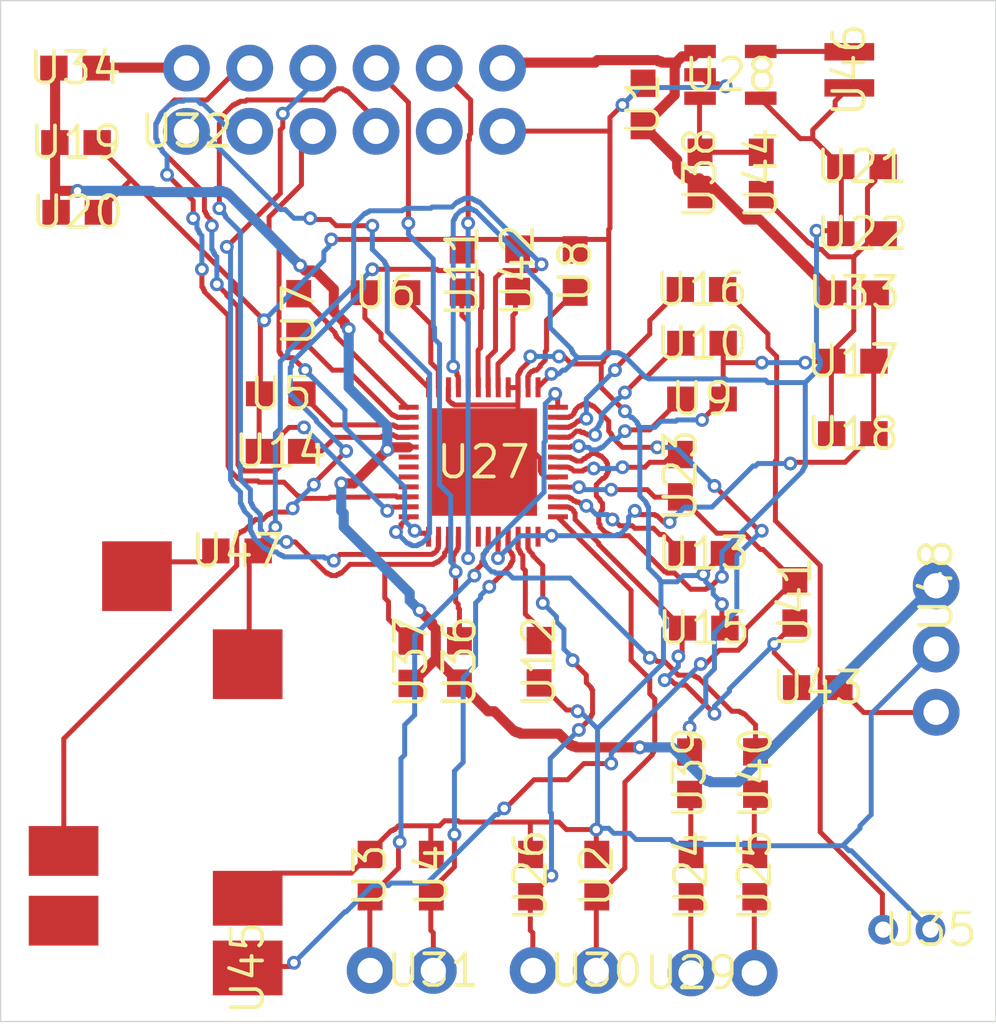
<source format=kicad_pcb>
(kicad_pcb (version 20171130) (host pcbnew "(5.1.4)-1")
  (layers (0 Top signal) (31 Bottom signal) (34 B.Paste user) (35 F.Paste user) (36 B.SilkS user) (37 F.SilkS user) (38 B.Mask user) (39 F.Mask user) (44 Edge.Cuts user))
  (net 0 "")
  (net 1 GND)
  (net 2 3.3V)
  (net 3 5V)
  (net 4 /SPKVDD)
  (net 5 /SPOLN)
  (net 6 "Net-(C20-Pad2)")
  (net 7 /SPORP)
  (net 8 /SPORN)
  (net 9 "Net-(IC1-Pad42)")
  (net 10 /XAUDIO_IRQ)
  (net 11 /XAUDIO_SDA)
  (net 12 /XADUIO_SCL)
  (net 13 /XAUDIO_I2S0_MCLK)
  (net 14 /XADUIO_I2S0_BCLK)
  (net 15 /XADUIO_I2S0_LRCKL)
  (net 16 /XAUDIO_I2S0_DIN)
  (net 17 /XAUDIO_I2S0_DOUT)
  (net 18 "Net-(IC1-Pad33)")
  (net 19 "Net-(IC1-Pad32)")
  (net 20 "Net-(IC1-Pad31)")
  (net 21 "Net-(IC1-Pad30)")
  (net 22 /3.3VDD)
  (net 23 "Net-(C22-Pad2)")
  (net 24 "Net-(C14-Pad1)")
  (net 25 "Net-(C16-Pad2)")
  (net 26 "Net-(C16-Pad1)")
  (net 27 "Net-(C15-Pad1)")
  (net 28 "Net-(C15-Pad2)")
  (net 29 /1.8VDD)
  (net 30 "Net-(C2-Pad1)")
  (net 31 /HPOR)
  (net 32 /HPOL)
  (net 33 /CPVREF)
  (net 34 "Net-(C17-Pad2)")
  (net 35 /LOUTR)
  (net 36 /LOUTL)
  (net 37 "Net-(C24-Pad2)")
  (net 38 "Net-(C19-Pad2)")
  (net 39 "Net-(C18-Pad2)")
  (net 40 "Net-(C6-Pad2)")
  (net 41 /IN1P)
  (net 42 "Net-(C21-Pad2)")
  (net 43 /MICBIAS1)
  (net 44 /SPOLP)
  (net 45 /IN2P)
  (net 46 "Net-(U1-Pad6)")
  (net 47 "Net-(R10-Pad2)")
  (net 48 "Net-(C8-Pad2)")
  (net 49 "Net-(C7-Pad2)")
  (net 50 "Net-(J4-Pad9)")
  (net 51 "Net-(C7-Pad1)")
  (net 52 "Net-(C8-Pad1)")
  (net 53 "Net-(IC2-Pad5)")
  (net 54 "Net-(IC2-Pad3)")
  (module audioCodec:0603 (layer Top) (at 154.321100 88.673600 270.000000)
    (fp_text reference "U1")
    (fp_text value "")
  )
  (module audioCodec:0603 (layer Top) (at 152.461100 119.643600 90.000000)
    (fp_text reference "U2")
    (fp_text value "")
  )
  (module audioCodec:0603 (layer Top) (at 143.351100 119.643600 90.000000)
    (fp_text reference "U3")
    (fp_text value "")
  )
  (module audioCodec:0603 (layer Top) (at 145.811100 119.643600 90.000000)
    (fp_text reference "U4")
    (fp_text value "")
  )
  (module audioCodec:0603 (layer Top) (at 139.761100 100.293600 180.000000)
    (fp_text reference "U5")
    (fp_text value "")
  )
  (module audioCodec:0603 (layer Top) (at 143.971100 96.233600)
    (fp_text reference "U6")
    (fp_text value "")
  )
  (module audioCodec:0603 (layer Top) (at 140.481100 97.123600 270.000000)
    (fp_text reference "U7")
    (fp_text value "")
  )
  (module audioCodec:0603 (layer Top) (at 151.591100 95.363600 270.000000)
    (fp_text reference "U8")
    (fp_text value "")
  )
  (module audioCodec:0603 (layer Top) (at 156.691100 100.503600 180.000000)
    (fp_text reference "U9")
    (fp_text value "")
  )
  (module audioCodec:0603 (layer Top) (at 156.691100 98.263600 180.000000)
    (fp_text reference "U10")
    (fp_text value "")
  )
  (module audioCodec:0603 (layer Top) (at 147.051100 95.363600 90.000000)
    (fp_text reference "U11")
    (fp_text value "")
  )
  (module audioCodec:0603 (layer Top) (at 150.141100 111.053600 90.000000)
    (fp_text reference "U12")
    (fp_text value "")
  )
  (module audioCodec:0603 (layer Top) (at 156.741100 106.703600 180.000000)
    (fp_text reference "U13")
    (fp_text value "")
  )
  (module audioCodec:0603 (layer Top) (at 139.751100 102.603600)
    (fp_text reference "U14")
    (fp_text value "")
  )
  (module audioCodec:0603 (layer Top) (at 156.761100 109.703600 180.000000)
    (fp_text reference "U15")
    (fp_text value "")
  )
  (module audioCodec:0603 (layer Top) (at 156.671100 96.103600 180.000000)
    (fp_text reference "U16")
    (fp_text value "")
  )
  (module audioCodec:0603 (layer Top) (at 162.751100 98.983600 180.000000)
    (fp_text reference "U17")
    (fp_text value "")
  )
  (module audioCodec:0603 (layer Top) (at 162.751100 101.893600 180.000000)
    (fp_text reference "U18")
    (fp_text value "")
  )
  (module audioCodec:0603 (layer Top) (at 131.531100 90.203600)
    (fp_text reference "U19")
    (fp_text value "")
  )
  (module audioCodec:0603 (layer Top) (at 131.581100 93.003600)
    (fp_text reference "U20")
    (fp_text value "")
  )
  (module audioCodec:0603 (layer Top) (at 163.121100 91.173600)
    (fp_text reference "U21")
    (fp_text value "")
  )
  (module audioCodec:0603 (layer Top) (at 163.121100 93.863600)
    (fp_text reference "U22")
    (fp_text value "")
  )
  (module audioCodec:0603 (layer Top) (at 155.821100 103.583600 90.000000)
    (fp_text reference "U23")
    (fp_text value "")
  )
  (module audioCodec:0603 (layer Top) (at 156.251100 119.643600 270.000000)
    (fp_text reference "U24")
    (fp_text value "")
  )
  (module audioCodec:0603 (layer Top) (at 158.811100 119.643600 270.000000)
    (fp_text reference "U25")
    (fp_text value "")
  )
  (module audioCodec:0603 (layer Top) (at 149.801100 119.643600 90.000000)
    (fp_text reference "U26")
    (fp_text value "")
  )
  (module audioCodec:QFN50P700X700X100-49N (layer Top) (at 147.901100 103.033600 180.000000)
    (fp_text reference "U27")
    (fp_text value "")
  )
  (module audioCodec:SOT95P284X122-5N (layer Top) (at 157.831100 87.483600)
    (fp_text reference "U28")
    (fp_text value "")
  )
  (module audioCodec:1X02 (layer Top) (at 156.251100 123.553600)
    (fp_text reference "U29")
    (fp_text value "")
  )
  (module audioCodec:1X02 (layer Top) (at 152.441100 123.453600 180.000000)
    (fp_text reference "U30")
    (fp_text value "")
  )
  (module audioCodec:1X02 (layer Top) (at 145.891100 123.453600 180.000000)
    (fp_text reference "U31")
    (fp_text value "")
  )
  (module audioCodec:2X6 (layer Top) (at 135.971100 89.753600)
    (fp_text reference "U32")
    (fp_text value "")
  )
  (module audioCodec:0603 (layer Top) (at 162.801100 96.243600 180.000000)
    (fp_text reference "U33")
    (fp_text value "")
  )
  (module audioCodec:0603 (layer Top) (at 131.491100 87.213600)
    (fp_text reference "U34")
    (fp_text value "")
  )
  (module audioCodec:CMC-2242PBL-A (layer Top) (at 165.871100 121.813600 180.000000)
    (fp_text reference "U35")
    (fp_text value "")
  )
  (module audioCodec:0603 (layer Top) (at 146.941100 111.063600 90.000000)
    (fp_text reference "U36")
    (fp_text value "")
  )
  (module audioCodec:0603 (layer Top) (at 144.991100 111.073600 90.000000)
    (fp_text reference "U37")
    (fp_text value "")
  )
  (module audioCodec:0603 (layer Top) (at 156.611100 91.443600 90.000000)
    (fp_text reference "U38")
    (fp_text value "")
  )
  (module audioCodec:0603 (layer Top) (at 156.191100 115.533600 270.000000)
    (fp_text reference "U39")
    (fp_text value "")
  )
  (module audioCodec:0603 (layer Top) (at 158.841100 115.523600 270.000000)
    (fp_text reference "U40")
    (fp_text value "")
  )
  (module audioCodec:0603 (layer Top) (at 160.421100 108.653600 90.000000)
    (fp_text reference "U41")
    (fp_text value "")
  )
  (module audioCodec:0603 (layer Top) (at 149.281100 95.333600 90.000000)
    (fp_text reference "U42")
    (fp_text value "")
  )
  (module audioCodec:0603 (layer Top) (at 161.341100 112.093600)
    (fp_text reference "U43")
    (fp_text value "")
  )
  (module audioCodec:0603 (layer Top) (at 159.071100 91.443600 90.000000)
    (fp_text reference "U44")
    (fp_text value "")
  )
  (module audioCodec:SJ-43514-SMT-TR (layer Top) (at 138.431100 123.353600 90.000000)
    (fp_text reference "U45")
    (fp_text value "")
  )
  (module audioCodec:NRH2412T2R2MNGH (layer Top) (at 162.611100 87.283600 270.000000)
    (fp_text reference "U46")
    (fp_text value "")
  )
  (module audioCodec:0603 (layer Top) (at 138.001100 106.603600 180.000000)
    (fp_text reference "U47")
    (fp_text value "")
  )
  (module audioCodec:1X03 (layer Top) (at 166.101100 108.003600 270.000000)
    (fp_text reference "U48")
    (fp_text value "")
  )
  (gr_line (start 128.5011 125.5036) (end 168.5011 125.5036) (layer Edge.Cuts) (width 0.05))
  (gr_line (start 168.5011 125.5036) (end 168.5011 84.5036) (layer Edge.Cuts) (width 0.05))
  (gr_line (start 168.5011 84.5036) (end 128.5011 84.5036) (layer Edge.Cuts) (width 0.05))
  (gr_line (start 128.5011 84.5036) (end 128.5011 125.5036) (layer Edge.Cuts) (width 0.05))
  (segment (start 152.441102 118.793802) (end 152.441102 117.793802) (width 0.200000) (layer Top) (net 1))
  (segment (start 152.441102 117.793802) (end 152.491102 117.743802) (width 0.200000) (layer Bottom) (net 1))
  (segment (start 152.491102 117.743802) (end 152.491102 113.743802) (width 0.200000) (layer Bottom) (net 1))
  (segment (start 152.491102 113.743802) (end 155.141102 111.093802) (width 0.200000) (layer Bottom) (net 1))
  (segment (start 155.141102 111.093802) (end 155.141102 109.743802) (width 0.200000) (layer Bottom) (net 1))
  (segment (start 155.141102 109.743802) (end 155.241102 109.643802) (width 0.200000) (layer Bottom) (net 1))
  (segment (start 155.241102 109.643802) (end 155.241102 109.393802) (width 0.200000) (layer Bottom) (net 1))
  (segment (start 155.241102 109.393802) (end 155.191102 109.343802) (width 0.200000) (layer Bottom) (net 1))
  (segment (start 155.191102 109.343802) (end 155.191102 109.293802) (width 0.200000) (layer Bottom) (net 1))
  (segment (start 155.191102 109.293802) (end 155.141102 109.243802) (width 0.200000) (layer Bottom) (net 1))
  (segment (start 155.141102 109.243802) (end 155.141102 109.193802) (width 0.200000) (layer Bottom) (net 1))
  (segment (start 155.141102 109.193802) (end 155.041102 109.093802) (width 0.200000) (layer Bottom) (net 1))
  (segment (start 155.041102 109.093802) (end 155.041102 107.843802) (width 0.200000) (layer Bottom) (net 1))
  (segment (start 155.041102 107.843802) (end 154.991102 107.793802) (width 0.200000) (layer Bottom) (net 1))
  (segment (start 154.991102 107.793802) (end 154.991102 107.743802) (width 0.200000) (layer Bottom) (net 1))
  (segment (start 154.991102 107.743802) (end 154.541102 107.293802) (width 0.200000) (layer Bottom) (net 1))
  (segment (start 154.541102 107.293802) (end 154.541102 104.843802) (width 0.200000) (layer Bottom) (net 1))
  (segment (start 154.541102 104.843802) (end 154.491102 104.793802) (width 0.200000) (layer Bottom) (net 1))
  (segment (start 154.491102 104.793802) (end 154.491102 104.743802) (width 0.200000) (layer Bottom) (net 1))
  (segment (start 154.491102 104.743802) (end 154.441102 104.693802) (width 0.200000) (layer Bottom) (net 1))
  (segment (start 154.441102 104.693802) (end 154.441102 104.643802) (width 0.200000) (layer Bottom) (net 1))
  (segment (start 154.441102 104.643802) (end 154.191102 104.393802) (width 0.200000) (layer Bottom) (net 1))
  (segment (start 154.191102 104.393802) (end 154.191102 101.643802) (width 0.200000) (layer Bottom) (net 1))
  (segment (start 154.191102 101.643802) (end 154.141102 101.593802) (width 0.200000) (layer Bottom) (net 1))
  (segment (start 154.141102 101.593802) (end 154.141102 101.543802) (width 0.200000) (layer Bottom) (net 1))
  (segment (start 154.141102 101.543802) (end 154.091102 101.493802) (width 0.200000) (layer Bottom) (net 1))
  (segment (start 154.091102 101.493802) (end 154.091102 101.443802) (width 0.200000) (layer Bottom) (net 1))
  (segment (start 154.091102 101.443802) (end 153.891102 101.243802) (width 0.200000) (layer Bottom) (net 1))
  (segment (start 153.891102 101.243802) (end 153.841102 101.243802) (width 0.200000) (layer Bottom) (net 1))
  (segment (start 153.841102 101.243802) (end 153.591102 100.993802) (width 0.200000) (layer Bottom) (net 1))
  (segment (start 153.591102 100.993802) (end 152.641102 100.043801) (width 0.200000) (layer Top) (net 1))
  (segment (start 152.641102 100.043801) (end 152.641102 99.093801) (width 0.200000) (layer Top) (net 1))
  (segment (start 152.641102 99.093801) (end 152.741102 98.993801) (width 0.200000) (layer Top) (net 1))
  (segment (start 152.741102 98.993801) (end 152.741102 98.893801) (width 0.200000) (layer Top) (net 1))
  (segment (start 152.741102 98.893801) (end 152.941102 98.693801) (width 0.200000) (layer Top) (net 1))
  (segment (start 152.941102 98.693801) (end 152.941102 93.693801) (width 0.200000) (layer Top) (net 1))
  (segment (start 152.941102 93.693801) (end 152.991102 93.643801) (width 0.200000) (layer Top) (net 1))
  (segment (start 152.991102 93.643801) (end 152.991102 89.193801) (width 0.200000) (layer Top) (net 1))
  (segment (start 152.991102 89.193801) (end 154.341102 87.843801) (width 0.200000) (layer Top) (net 1))
  (segment (start 143.341102 118.793802) (end 143.341102 118.693802) (width 0.200000) (layer Top) (net 1))
  (segment (start 143.341102 118.693802) (end 144.191102 117.843802) (width 0.200000) (layer Top) (net 1))
  (segment (start 144.191102 117.843802) (end 144.241102 117.843802) (width 0.200000) (layer Top) (net 1))
  (segment (start 144.241102 117.843802) (end 144.291102 117.793802) (width 0.200000) (layer Top) (net 1))
  (segment (start 144.291102 117.793802) (end 144.341102 117.793802) (width 0.200000) (layer Top) (net 1))
  (segment (start 144.341102 117.793802) (end 144.491102 117.643802) (width 0.200000) (layer Top) (net 1))
  (segment (start 144.491102 117.643802) (end 146.141102 117.643802) (width 0.200000) (layer Top) (net 1))
  (segment (start 146.141102 117.643802) (end 146.341102 117.443802) (width 0.200000) (layer Top) (net 1))
  (segment (start 146.341102 117.443802) (end 146.891102 117.443802) (width 0.200000) (layer Top) (net 1))
  (segment (start 146.891102 117.443802) (end 146.941102 117.493802) (width 0.200000) (layer Top) (net 1))
  (segment (start 146.941102 117.493802) (end 150.941102 117.493802) (width 0.200000) (layer Top) (net 1))
  (segment (start 150.941102 117.493802) (end 151.241102 117.793802) (width 0.200000) (layer Top) (net 1))
  (segment (start 151.241102 117.793802) (end 152.441102 117.793802) (width 0.200000) (layer Top) (net 1))
  (segment (start 145.791102 118.793802) (end 145.791102 117.643802) (width 0.200000) (layer Top) (net 1))
  (segment (start 138.891102 100.293801) (end 138.941102 100.243801) (width 0.200000) (layer Top) (net 1))
  (segment (start 138.941102 100.243801) (end 138.941102 97.493801) (width 0.200000) (layer Top) (net 1))
  (segment (start 138.941102 97.493801) (end 139.091102 97.343801) (width 0.200000) (layer Top) (net 1))
  (segment (start 139.091102 97.343801) (end 141.491102 94.943801) (width 0.200000) (layer Bottom) (net 1))
  (segment (start 141.491102 94.943801) (end 141.491102 94.593801) (width 0.200000) (layer Bottom) (net 1))
  (segment (start 141.491102 94.593801) (end 141.691102 94.393801) (width 0.200000) (layer Bottom) (net 1))
  (segment (start 141.691102 94.393801) (end 141.691102 94.293801) (width 0.200000) (layer Bottom) (net 1))
  (segment (start 141.691102 94.293801) (end 141.791102 94.193801) (width 0.200000) (layer Bottom) (net 1))
  (segment (start 141.791102 94.193801) (end 141.791102 94.093801) (width 0.200000) (layer Bottom) (net 1))
  (segment (start 141.791102 94.093801) (end 152.941102 94.093801) (width 0.200000) (layer Top) (net 1))
  (segment (start 151.591102 94.493801) (end 151.591102 94.093801) (width 0.200000) (layer Top) (net 1))
  (segment (start 157.541102 100.493801) (end 156.691102 101.343802) (width 0.200000) (layer Top) (net 1))
  (segment (start 156.691102 101.343802) (end 155.691102 101.343802) (width 0.200000) (layer Bottom) (net 1))
  (segment (start 155.691102 101.343802) (end 155.641102 101.393802) (width 0.200000) (layer Bottom) (net 1))
  (segment (start 155.641102 101.393802) (end 155.041102 101.393802) (width 0.200000) (layer Bottom) (net 1))
  (segment (start 155.041102 101.393802) (end 154.791102 101.643802) (width 0.200000) (layer Bottom) (net 1))
  (segment (start 154.791102 101.643802) (end 154.191102 101.643802) (width 0.200000) (layer Bottom) (net 1))
  (segment (start 157.541102 98.243801) (end 157.541102 100.493801) (width 0.200000) (layer Top) (net 1))
  (segment (start 147.041102 94.493801) (end 147.041102 94.093801) (width 0.200000) (layer Top) (net 1))
  (segment (start 150.141102 111.893802) (end 151.241102 112.993802) (width 0.200000) (layer Top) (net 1))
  (segment (start 151.241102 112.993802) (end 151.641102 112.993802) (width 0.200000) (layer Top) (net 1))
  (segment (start 151.641102 112.993802) (end 151.691102 113.043802) (width 0.200000) (layer Top) (net 1))
  (segment (start 151.691102 113.043802) (end 151.791102 113.043802) (width 0.200000) (layer Bottom) (net 1))
  (segment (start 151.791102 113.043802) (end 152.491102 113.743802) (width 0.200000) (layer Bottom) (net 1))
  (segment (start 157.591102 106.693802) (end 156.741102 107.543802) (width 0.200000) (layer Top) (net 1))
  (segment (start 156.741102 107.543802) (end 156.541102 107.543802) (width 0.200000) (layer Bottom) (net 1))
  (segment (start 156.541102 107.543802) (end 156.491102 107.593802) (width 0.200000) (layer Bottom) (net 1))
  (segment (start 156.491102 107.593802) (end 155.941102 107.593802) (width 0.200000) (layer Bottom) (net 1))
  (segment (start 155.941102 107.593802) (end 155.691102 107.843802) (width 0.200000) (layer Bottom) (net 1))
  (segment (start 155.691102 107.843802) (end 155.041102 107.843802) (width 0.200000) (layer Bottom) (net 1))
  (segment (start 138.891102 102.593802) (end 138.891102 100.293801) (width 0.200000) (layer Top) (net 1))
  (segment (start 157.591102 109.693802) (end 157.591102 109.643802) (width 0.200000) (layer Top) (net 1))
  (segment (start 157.591102 109.643802) (end 157.491102 109.543802) (width 0.200000) (layer Top) (net 1))
  (segment (start 157.491102 109.543802) (end 157.491102 108.743802) (width 0.200000) (layer Top) (net 1))
  (segment (start 157.491102 108.743802) (end 157.491102 108.693802) (width 0.200000) (layer Bottom) (net 1))
  (segment (start 157.491102 108.693802) (end 157.141102 108.343802) (width 0.200000) (layer Bottom) (net 1))
  (segment (start 157.141102 108.343802) (end 157.141102 108.143802) (width 0.200000) (layer Bottom) (net 1))
  (segment (start 157.141102 108.143802) (end 156.841102 107.843802) (width 0.200000) (layer Bottom) (net 1))
  (segment (start 156.841102 107.843802) (end 156.841102 107.643802) (width 0.200000) (layer Bottom) (net 1))
  (segment (start 156.841102 107.643802) (end 156.741102 107.543802) (width 0.200000) (layer Bottom) (net 1))
  (segment (start 161.891102 98.993801) (end 160.891102 98.993801) (width 0.200000) (layer Top) (net 1))
  (segment (start 160.891102 98.993801) (end 160.841102 99.043801) (width 0.200000) (layer Top) (net 1))
  (segment (start 160.841102 99.043801) (end 159.091102 99.043801) (width 0.200000) (layer Bottom) (net 1))
  (segment (start 159.091102 99.043801) (end 157.541102 99.043801) (width 0.200000) (layer Top) (net 1))
  (segment (start 161.891102 101.893802) (end 161.891102 98.993801) (width 0.200000) (layer Top) (net 1))
  (segment (start 132.391102 90.193801) (end 132.391102 90.343801) (width 0.200000) (layer Top) (net 1))
  (segment (start 132.391102 90.343801) (end 137.941102 95.893801) (width 0.200000) (layer Top) (net 1))
  (segment (start 137.941102 95.893801) (end 137.941102 96.193801) (width 0.200000) (layer Top) (net 1))
  (segment (start 137.941102 96.193801) (end 139.091102 97.343801) (width 0.200000) (layer Top) (net 1))
  (segment (start 132.441102 92.993801) (end 133.741102 91.693801) (width 0.200000) (layer Top) (net 1))
  (segment (start 163.991102 91.193801) (end 163.641102 91.543801) (width 0.200000) (layer Top) (net 1))
  (segment (start 163.641102 91.543801) (end 163.641102 91.743801) (width 0.200000) (layer Top) (net 1))
  (segment (start 163.641102 91.743801) (end 163.341102 92.043801) (width 0.200000) (layer Top) (net 1))
  (segment (start 163.341102 92.043801) (end 163.341102 94.243801) (width 0.200000) (layer Top) (net 1))
  (segment (start 163.341102 94.243801) (end 162.791102 94.793801) (width 0.200000) (layer Top) (net 1))
  (segment (start 162.791102 94.793801) (end 162.791102 97.743801) (width 0.200000) (layer Top) (net 1))
  (segment (start 162.791102 97.743801) (end 161.891102 98.643801) (width 0.200000) (layer Top) (net 1))
  (segment (start 161.891102 98.643801) (end 161.891102 98.993801) (width 0.200000) (layer Top) (net 1))
  (segment (start 163.991102 93.843801) (end 163.341102 93.843801) (width 0.200000) (layer Top) (net 1))
  (segment (start 149.791102 118.793802) (end 149.791102 117.493802) (width 0.200000) (layer Top) (net 1))
  (segment (start 150.891102 103.643802) (end 150.391102 103.643802) (width 0.200000) (layer Top) (net 1))
  (segment (start 150.391102 103.643802) (end 150.241102 103.493802) (width 0.200000) (layer Top) (net 1))
  (segment (start 150.241102 103.493802) (end 150.241102 103.443802) (width 0.200000) (layer Top) (net 1))
  (segment (start 150.241102 103.443802) (end 150.191102 103.393802) (width 0.200000) (layer Top) (net 1))
  (segment (start 150.191102 103.393802) (end 150.191102 102.893802) (width 0.200000) (layer Top) (net 1))
  (segment (start 150.191102 102.893802) (end 149.391102 102.093802) (width 0.200000) (layer Top) (net 1))
  (segment (start 149.391102 102.093802) (end 149.391102 101.893802) (width 0.200000) (layer Top) (net 1))
  (segment (start 149.391102 101.893802) (end 149.291102 101.793802) (width 0.200000) (layer Top) (net 1))
  (segment (start 149.291102 101.793802) (end 149.291102 99.543801) (width 0.200000) (layer Top) (net 1))
  (segment (start 149.291102 99.543801) (end 149.341102 99.493801) (width 0.200000) (layer Top) (net 1))
  (segment (start 149.341102 99.493801) (end 149.341102 99.443801) (width 0.200000) (layer Top) (net 1))
  (segment (start 149.341102 99.443801) (end 149.391102 99.393801) (width 0.200000) (layer Top) (net 1))
  (segment (start 149.391102 99.393801) (end 149.391102 99.343801) (width 0.200000) (layer Top) (net 1))
  (segment (start 149.391102 99.343801) (end 149.791102 98.943801) (width 0.200000) (layer Top) (net 1))
  (segment (start 149.791102 98.943801) (end 149.791102 98.793801) (width 0.200000) (layer Top) (net 1))
  (segment (start 149.791102 98.793801) (end 150.941102 98.793801) (width 0.200000) (layer Bottom) (net 1))
  (segment (start 150.941102 98.793801) (end 151.141102 98.793801) (width 0.200000) (layer Top) (net 1))
  (segment (start 151.141102 98.793801) (end 151.441102 99.093801) (width 0.200000) (layer Top) (net 1))
  (segment (start 151.441102 99.093801) (end 152.641102 99.093801) (width 0.200000) (layer Top) (net 1))
  (segment (start 148.891102 100.043801) (end 149.291102 100.043801) (width 0.200000) (layer Top) (net 1))
  (segment (start 146.491102 100.043801) (end 146.491102 100.543801) (width 0.200000) (layer Top) (net 1))
  (segment (start 146.491102 100.543801) (end 146.641102 100.693802) (width 0.200000) (layer Top) (net 1))
  (segment (start 146.641102 100.693802) (end 146.691102 100.693802) (width 0.200000) (layer Top) (net 1))
  (segment (start 146.691102 100.693802) (end 146.741102 100.743802) (width 0.200000) (layer Top) (net 1))
  (segment (start 146.741102 100.743802) (end 149.291102 100.743802) (width 0.200000) (layer Top) (net 1))
  (segment (start 147.891102 103.043802) (end 148.091102 102.843802) (width 0.200000) (layer Top) (net 1))
  (segment (start 148.091102 102.843802) (end 148.291102 102.843802) (width 0.200000) (layer Top) (net 1))
  (segment (start 148.291102 102.843802) (end 149.041102 102.093802) (width 0.200000) (layer Top) (net 1))
  (segment (start 149.041102 102.093802) (end 149.391102 102.093802) (width 0.200000) (layer Top) (net 1))
  (segment (start 156.591102 87.493801) (end 156.941102 87.843801) (width 0.200000) (layer Top) (net 1))
  (segment (start 156.941102 87.843801) (end 157.341102 87.843801) (width 0.200000) (layer Top) (net 1))
  (segment (start 157.341102 87.843801) (end 157.441102 87.943801) (width 0.200000) (layer Top) (net 1))
  (segment (start 157.441102 87.943801) (end 157.641102 87.943801) (width 0.200000) (layer Top) (net 1))
  (segment (start 157.641102 87.943801) (end 157.591102 87.993801) (width 0.200000) (layer Bottom) (net 1))
  (segment (start 157.591102 87.993801) (end 154.191102 87.993801) (width 0.200000) (layer Bottom) (net 1))
  (segment (start 154.191102 87.993801) (end 153.491102 88.693801) (width 0.200000) (layer Bottom) (net 1))
  (segment (start 148.691102 89.743801) (end 152.991102 89.743801) (width 0.200000) (layer Top) (net 1))
  (segment (start 165.891102 121.793802) (end 165.841102 121.793802) (width 0.200000) (layer Bottom) (net 1))
  (segment (start 165.841102 121.793802) (end 162.691102 118.643802) (width 0.200000) (layer Bottom) (net 1))
  (segment (start 162.691102 118.643802) (end 162.591102 118.643802) (width 0.200000) (layer Bottom) (net 1))
  (segment (start 162.591102 118.643802) (end 162.391102 118.443802) (width 0.200000) (layer Bottom) (net 1))
  (segment (start 162.391102 118.443802) (end 158.641102 118.443802) (width 0.200000) (layer Bottom) (net 1))
  (segment (start 158.641102 118.443802) (end 158.591102 118.393802) (width 0.200000) (layer Bottom) (net 1))
  (segment (start 158.591102 118.393802) (end 155.641102 118.393802) (width 0.200000) (layer Bottom) (net 1))
  (segment (start 155.641102 118.393802) (end 155.441102 118.193802) (width 0.200000) (layer Bottom) (net 1))
  (segment (start 155.441102 118.193802) (end 154.041102 118.193802) (width 0.200000) (layer Bottom) (net 1))
  (segment (start 154.041102 118.193802) (end 153.791102 117.943802) (width 0.200000) (layer Bottom) (net 1))
  (segment (start 153.791102 117.943802) (end 153.141102 117.943802) (width 0.200000) (layer Bottom) (net 1))
  (segment (start 153.141102 117.943802) (end 152.941102 117.743802) (width 0.200000) (layer Bottom) (net 1))
  (segment (start 152.941102 117.743802) (end 152.491102 117.743802) (width 0.200000) (layer Bottom) (net 1))
  (segment (start 149.291102 94.493801) (end 149.291102 94.093801) (width 0.200000) (layer Top) (net 1))
  (segment (start 159.091102 92.293801) (end 159.091102 92.343801) (width 0.200000) (layer Top) (net 1))
  (segment (start 159.091102 92.343801) (end 160.991102 94.243801) (width 0.200000) (layer Top) (net 1))
  (segment (start 160.991102 94.243801) (end 161.041102 94.243801) (width 0.200000) (layer Top) (net 1))
  (segment (start 161.041102 94.243801) (end 161.141102 94.343801) (width 0.200000) (layer Top) (net 1))
  (segment (start 161.141102 94.343801) (end 161.241102 94.343801) (width 0.200000) (layer Top) (net 1))
  (segment (start 161.241102 94.343801) (end 161.391102 94.493801) (width 0.200000) (layer Top) (net 1))
  (segment (start 161.391102 94.493801) (end 161.491102 94.493801) (width 0.200000) (layer Top) (net 1))
  (segment (start 161.491102 94.493801) (end 161.791102 94.793801) (width 0.200000) (layer Top) (net 1))
  (segment (start 161.791102 94.793801) (end 162.791102 94.793801) (width 0.200000) (layer Top) (net 1))
  (segment (start 138.441102 120.543802) (end 139.441102 119.543802) (width 0.200000) (layer Top) (net 1))
  (segment (start 139.441102 119.543802) (end 142.591102 119.543802) (width 0.200000) (layer Top) (net 1))
  (segment (start 142.591102 119.543802) (end 143.341102 118.793802) (width 0.200000) (layer Top) (net 1))
  (segment (start 166.091102 110.543802) (end 163.491102 113.143802) (width 0.200000) (layer Bottom) (net 1))
  (segment (start 163.491102 113.143802) (end 163.491102 117.193802) (width 0.200000) (layer Bottom) (net 1))
  (segment (start 163.491102 117.193802) (end 163.041102 117.643802) (width 0.200000) (layer Bottom) (net 1))
  (segment (start 163.041102 117.643802) (end 163.041102 117.743802) (width 0.200000) (layer Bottom) (net 1))
  (segment (start 163.041102 117.743802) (end 162.391102 118.393802) (width 0.200000) (layer Bottom) (net 1))
  (segment (start 162.391102 118.393802) (end 162.391102 118.443802) (width 0.200000) (layer Bottom) (net 1))
  (via (at 152.441102 117.793802) (size 0.554000) (layers Top Bottom) (net 1))
  (via (at 153.591102 100.993802) (size 0.554000) (layers Top Bottom) (net 1))
  (via (at 139.091102 97.343801) (size 0.554000) (layers Top Bottom) (net 1))
  (via (at 141.791102 94.093801) (size 0.554000) (layers Top Bottom) (net 1))
  (via (at 156.691102 101.343802) (size 0.554000) (layers Top Bottom) (net 1))
  (via (at 151.691102 113.043802) (size 0.554000) (layers Top Bottom) (net 1))
  (via (at 156.741102 107.543802) (size 0.554000) (layers Top Bottom) (net 1))
  (via (at 157.491102 108.743802) (size 0.554000) (layers Top Bottom) (net 1))
  (via (at 160.841102 99.043801) (size 0.554000) (layers Top Bottom) (net 1))
  (via (at 159.091102 99.043801) (size 0.554000) (layers Top Bottom) (net 1))
  (via (at 149.791102 98.793801) (size 0.554000) (layers Top Bottom) (net 1))
  (via (at 150.941102 98.793801) (size 0.554000) (layers Top Bottom) (net 1))
  (via (at 157.641102 87.943801) (size 0.554000) (layers Top Bottom) (net 1))
  (via (at 153.491102 88.693801) (size 0.554000) (layers Top Bottom) (net 1))
  (segment (start 132.341102 87.193801) (end 135.991102 87.193801) (width 0.406400) (layer Top) (net 2))
  (segment (start 156.591102 86.543801) (end 156.541102 86.543801) (width 0.406400) (layer Top) (net 3))
  (segment (start 156.541102 86.543801) (end 156.341102 86.743801) (width 0.406400) (layer Top) (net 3))
  (segment (start 156.341102 86.743801) (end 155.891102 86.743801) (width 0.406400) (layer Top) (net 3))
  (segment (start 155.891102 86.743801) (end 155.641102 86.993801) (width 0.406400) (layer Top) (net 3))
  (segment (start 155.641102 86.993801) (end 155.641102 87.093801) (width 0.406400) (layer Top) (net 3))
  (segment (start 155.641102 87.093801) (end 155.591102 87.143801) (width 0.406400) (layer Top) (net 3))
  (segment (start 155.591102 87.143801) (end 155.591102 88.293801) (width 0.406400) (layer Top) (net 3))
  (segment (start 155.591102 88.293801) (end 154.341102 89.543801) (width 0.406400) (layer Top) (net 3))
  (segment (start 148.691102 87.193801) (end 149.191102 87.193801) (width 0.406400) (layer Top) (net 3))
  (segment (start 149.191102 87.193801) (end 149.391102 86.993801) (width 0.406400) (layer Top) (net 3))
  (segment (start 149.391102 86.993801) (end 152.391102 86.993801) (width 0.406400) (layer Top) (net 3))
  (segment (start 152.391102 86.993801) (end 152.491102 86.893801) (width 0.406400) (layer Top) (net 3))
  (segment (start 152.491102 86.893801) (end 154.891102 86.893801) (width 0.406400) (layer Top) (net 3))
  (segment (start 154.891102 86.893801) (end 154.941102 86.943801) (width 0.406400) (layer Top) (net 3))
  (segment (start 154.941102 86.943801) (end 155.041102 86.943801) (width 0.406400) (layer Top) (net 3))
  (segment (start 155.041102 86.943801) (end 155.091102 86.993801) (width 0.406400) (layer Top) (net 3))
  (segment (start 155.091102 86.993801) (end 155.641102 86.993801) (width 0.406400) (layer Top) (net 3))
  (segment (start 161.941102 96.243801) (end 158.991102 93.293801) (width 0.406400) (layer Top) (net 3))
  (segment (start 158.991102 93.293801) (end 158.441102 93.293801) (width 0.406400) (layer Top) (net 3))
  (segment (start 158.441102 93.293801) (end 156.891102 91.743801) (width 0.406400) (layer Top) (net 3))
  (segment (start 156.891102 91.743801) (end 156.691102 91.743801) (width 0.406400) (layer Top) (net 3))
  (segment (start 156.691102 91.743801) (end 156.591102 91.643801) (width 0.406400) (layer Top) (net 3))
  (segment (start 156.591102 91.643801) (end 156.141102 91.643801) (width 0.406400) (layer Top) (net 3))
  (segment (start 156.141102 91.643801) (end 155.991102 91.493801) (width 0.406400) (layer Top) (net 3))
  (segment (start 155.991102 91.493801) (end 155.891102 91.493801) (width 0.406400) (layer Top) (net 3))
  (segment (start 155.891102 91.493801) (end 155.741102 91.343801) (width 0.406400) (layer Top) (net 3))
  (segment (start 155.741102 91.343801) (end 155.741102 91.243801) (width 0.406400) (layer Top) (net 3))
  (segment (start 155.741102 91.243801) (end 155.691102 91.193801) (width 0.406400) (layer Top) (net 3))
  (segment (start 155.691102 91.193801) (end 155.691102 90.893801) (width 0.406400) (layer Top) (net 3))
  (segment (start 155.691102 90.893801) (end 154.341102 89.543801) (width 0.406400) (layer Top) (net 3))
  (segment (start 156.591102 92.293801) (end 156.641102 92.243801) (width 0.406400) (layer Top) (net 3))
  (segment (start 156.641102 92.243801) (end 156.641102 91.793801) (width 0.406400) (layer Top) (net 3))
  (segment (start 156.641102 91.793801) (end 156.691102 91.743801) (width 0.406400) (layer Top) (net 3))
  (segment (start 163.591102 101.893802) (end 163.591102 98.993801) (width 0.200000) (layer Top) (net 4))
  (segment (start 148.491102 106.043802) (end 148.491102 106.893802) (width 0.200000) (layer Top) (net 4))
  (segment (start 148.491102 106.893802) (end 149.391102 105.993802) (width 0.200000) (layer Bottom) (net 4))
  (segment (start 149.391102 105.993802) (end 153.241102 105.993802) (width 0.200000) (layer Bottom) (net 4))
  (segment (start 153.241102 105.993802) (end 153.291102 105.943802) (width 0.200000) (layer Bottom) (net 4))
  (segment (start 153.291102 105.943802) (end 153.391102 105.943802) (width 0.200000) (layer Bottom) (net 4))
  (segment (start 153.391102 105.943802) (end 153.641102 105.693802) (width 0.200000) (layer Bottom) (net 4))
  (segment (start 153.641102 105.693802) (end 153.641102 105.643802) (width 0.200000) (layer Bottom) (net 4))
  (segment (start 153.641102 105.643802) (end 153.691102 105.593802) (width 0.200000) (layer Bottom) (net 4))
  (segment (start 153.691102 105.593802) (end 153.691102 105.543802) (width 0.200000) (layer Bottom) (net 4))
  (segment (start 153.691102 105.543802) (end 153.741102 105.493802) (width 0.200000) (layer Bottom) (net 4))
  (segment (start 153.741102 105.493802) (end 153.741102 105.243802) (width 0.200000) (layer Bottom) (net 4))
  (segment (start 153.741102 105.243802) (end 153.991102 104.993802) (width 0.200000) (layer Bottom) (net 4))
  (segment (start 153.991102 104.993802) (end 154.141102 105.143802) (width 0.200000) (layer Top) (net 4))
  (segment (start 154.141102 105.143802) (end 154.791102 105.143802) (width 0.200000) (layer Top) (net 4))
  (segment (start 154.791102 105.143802) (end 154.841102 105.193802) (width 0.200000) (layer Top) (net 4))
  (segment (start 154.841102 105.193802) (end 154.891102 105.193802) (width 0.200000) (layer Top) (net 4))
  (segment (start 154.891102 105.193802) (end 155.141102 105.443802) (width 0.200000) (layer Top) (net 4))
  (segment (start 155.141102 105.443802) (end 155.391102 105.443802) (width 0.200000) (layer Top) (net 4))
  (segment (start 155.391102 105.443802) (end 155.991102 104.843802) (width 0.200000) (layer Bottom) (net 4))
  (segment (start 155.991102 104.843802) (end 157.091102 104.843802) (width 0.200000) (layer Bottom) (net 4))
  (segment (start 157.091102 104.843802) (end 158.741102 103.193802) (width 0.200000) (layer Bottom) (net 4))
  (segment (start 158.741102 103.193802) (end 158.841102 103.193802) (width 0.200000) (layer Bottom) (net 4))
  (segment (start 158.841102 103.193802) (end 158.941102 103.093802) (width 0.200000) (layer Bottom) (net 4))
  (segment (start 158.941102 103.093802) (end 160.241102 103.093802) (width 0.200000) (layer Bottom) (net 4))
  (segment (start 160.241102 103.093802) (end 160.291102 103.043802) (width 0.200000) (layer Top) (net 4))
  (segment (start 160.291102 103.043802) (end 162.441102 103.043802) (width 0.200000) (layer Top) (net 4))
  (segment (start 162.441102 103.043802) (end 163.591102 101.893802) (width 0.200000) (layer Top) (net 4))
  (segment (start 150.091102 106.043802) (end 150.141102 105.993802) (width 0.200000) (layer Top) (net 4))
  (segment (start 150.141102 105.993802) (end 150.641102 105.993802) (width 0.200000) (layer Top) (net 4))
  (segment (start 163.641102 96.243801) (end 163.591102 96.293801) (width 0.200000) (layer Top) (net 4))
  (segment (start 163.591102 96.293801) (end 163.591102 98.993801) (width 0.200000) (layer Top) (net 4))
  (via (at 148.491102 106.893802) (size 0.554000) (layers Top Bottom) (net 4))
  (via (at 153.991102 104.993802) (size 0.554000) (layers Top Bottom) (net 4))
  (via (at 155.391102 105.443802) (size 0.554000) (layers Top Bottom) (net 4))
  (via (at 160.241102 103.093802) (size 0.554000) (layers Top Bottom) (net 4))
  (via (at 150.641102 105.993802) (size 0.554000) (layers Top Bottom) (net 4))
  (segment (start 149.691102 106.043802) (end 149.691102 106.493802) (width 0.200000) (layer Top) (net 5))
  (segment (start 149.691102 106.493802) (end 149.741102 106.543802) (width 0.200000) (layer Top) (net 5))
  (segment (start 149.741102 106.543802) (end 149.741102 106.593802) (width 0.200000) (layer Top) (net 5))
  (segment (start 149.741102 106.593802) (end 149.891102 106.743802) (width 0.200000) (layer Top) (net 5))
  (segment (start 149.891102 106.743802) (end 149.891102 106.793802) (width 0.200000) (layer Top) (net 5))
  (segment (start 149.891102 106.793802) (end 150.291102 107.193802) (width 0.200000) (layer Top) (net 5))
  (segment (start 150.291102 107.193802) (end 150.291102 108.693802) (width 0.200000) (layer Top) (net 5))
  (segment (start 150.291102 108.693802) (end 150.841102 109.243802) (width 0.200000) (layer Bottom) (net 5))
  (segment (start 150.841102 109.243802) (end 150.841102 109.443802) (width 0.200000) (layer Bottom) (net 5))
  (segment (start 150.841102 109.443802) (end 151.141102 109.743802) (width 0.200000) (layer Bottom) (net 5))
  (segment (start 151.141102 109.743802) (end 151.141102 110.543802) (width 0.200000) (layer Bottom) (net 5))
  (segment (start 151.141102 110.543802) (end 151.341102 110.743802) (width 0.200000) (layer Bottom) (net 5))
  (segment (start 151.341102 110.743802) (end 151.341102 110.843802) (width 0.200000) (layer Bottom) (net 5))
  (segment (start 151.341102 110.843802) (end 151.491102 110.993802) (width 0.200000) (layer Bottom) (net 5))
  (segment (start 151.491102 110.993802) (end 151.491102 111.043802) (width 0.200000) (layer Top) (net 5))
  (segment (start 151.491102 111.043802) (end 152.041102 111.593802) (width 0.200000) (layer Top) (net 5))
  (segment (start 152.041102 111.593802) (end 152.041102 111.893802) (width 0.200000) (layer Top) (net 5))
  (segment (start 152.041102 111.893802) (end 152.241102 112.093802) (width 0.200000) (layer Top) (net 5))
  (segment (start 152.241102 112.093802) (end 152.241102 112.143802) (width 0.200000) (layer Top) (net 5))
  (segment (start 152.241102 112.143802) (end 152.291102 112.193802) (width 0.200000) (layer Top) (net 5))
  (segment (start 152.291102 112.193802) (end 152.291102 113.143802) (width 0.200000) (layer Top) (net 5))
  (segment (start 152.291102 113.143802) (end 152.241102 113.193802) (width 0.200000) (layer Top) (net 5))
  (segment (start 152.241102 113.193802) (end 152.241102 113.243802) (width 0.200000) (layer Top) (net 5))
  (segment (start 152.241102 113.243802) (end 152.191102 113.293802) (width 0.200000) (layer Top) (net 5))
  (segment (start 152.191102 113.293802) (end 152.191102 113.343802) (width 0.200000) (layer Top) (net 5))
  (segment (start 152.191102 113.343802) (end 151.741102 113.793802) (width 0.200000) (layer Top) (net 5))
  (segment (start 151.741102 113.793802) (end 150.591102 114.943802) (width 0.200000) (layer Bottom) (net 5))
  (segment (start 150.591102 114.943802) (end 150.591102 117.093802) (width 0.200000) (layer Bottom) (net 5))
  (segment (start 150.591102 117.093802) (end 150.641102 117.143802) (width 0.200000) (layer Bottom) (net 5))
  (segment (start 150.641102 117.143802) (end 150.641102 119.643802) (width 0.200000) (layer Bottom) (net 5))
  (segment (start 150.641102 119.643802) (end 149.791102 120.493802) (width 0.200000) (layer Top) (net 5))
  (segment (start 149.891102 123.443802) (end 149.891102 121.943802) (width 0.200000) (layer Top) (net 5))
  (segment (start 149.891102 121.943802) (end 149.791102 121.843802) (width 0.200000) (layer Top) (net 5))
  (segment (start 149.791102 121.843802) (end 149.791102 120.493802) (width 0.200000) (layer Top) (net 5))
  (via (at 150.291102 108.693802) (size 0.554000) (layers Top Bottom) (net 5))
  (via (at 151.491102 110.993802) (size 0.554000) (layers Top Bottom) (net 5))
  (via (at 151.741102 113.793802) (size 0.554000) (layers Top Bottom) (net 5))
  (via (at 150.641102 119.643802) (size 0.554000) (layers Top Bottom) (net 5))
  (segment (start 149.291102 106.043802) (end 149.291102 106.493802) (width 0.200000) (layer Top) (net 6))
  (segment (start 149.291102 106.493802) (end 149.341102 106.543802) (width 0.200000) (layer Top) (net 6))
  (segment (start 149.341102 106.543802) (end 149.341102 106.593802) (width 0.200000) (layer Top) (net 6))
  (segment (start 149.341102 106.593802) (end 149.391102 106.643802) (width 0.200000) (layer Top) (net 6))
  (segment (start 149.391102 106.643802) (end 149.391102 106.693802) (width 0.200000) (layer Top) (net 6))
  (segment (start 149.391102 106.693802) (end 149.491102 106.793802) (width 0.200000) (layer Top) (net 6))
  (segment (start 149.491102 106.793802) (end 149.491102 107.293802) (width 0.200000) (layer Top) (net 6))
  (segment (start 149.491102 107.293802) (end 149.591102 107.393802) (width 0.200000) (layer Top) (net 6))
  (segment (start 149.591102 107.393802) (end 149.591102 109.143802) (width 0.200000) (layer Top) (net 6))
  (segment (start 149.591102 109.143802) (end 150.141102 109.693802) (width 0.200000) (layer Top) (net 6))
  (segment (start 150.141102 109.693802) (end 150.141102 110.193802) (width 0.200000) (layer Top) (net 6))
  (segment (start 148.891102 106.043802) (end 148.891102 106.493802) (width 0.200000) (layer Top) (net 7))
  (segment (start 148.891102 106.493802) (end 148.941102 106.543802) (width 0.200000) (layer Top) (net 7))
  (segment (start 148.941102 106.543802) (end 148.941102 106.593802) (width 0.200000) (layer Top) (net 7))
  (segment (start 148.941102 106.593802) (end 149.041102 106.693802) (width 0.200000) (layer Top) (net 7))
  (segment (start 149.041102 106.693802) (end 149.041102 106.743802) (width 0.200000) (layer Top) (net 7))
  (segment (start 149.041102 106.743802) (end 149.091102 106.793802) (width 0.200000) (layer Top) (net 7))
  (segment (start 149.091102 106.793802) (end 149.091102 106.993802) (width 0.200000) (layer Top) (net 7))
  (segment (start 149.091102 106.993802) (end 149.041102 107.043802) (width 0.200000) (layer Top) (net 7))
  (segment (start 149.041102 107.043802) (end 149.041102 107.093802) (width 0.200000) (layer Top) (net 7))
  (segment (start 149.041102 107.093802) (end 148.991102 107.143802) (width 0.200000) (layer Top) (net 7))
  (segment (start 148.991102 107.143802) (end 148.991102 107.193802) (width 0.200000) (layer Top) (net 7))
  (segment (start 148.991102 107.193802) (end 148.141102 108.043802) (width 0.200000) (layer Top) (net 7))
  (segment (start 148.141102 108.043802) (end 147.791102 108.393802) (width 0.200000) (layer Bottom) (net 7))
  (segment (start 147.791102 108.393802) (end 147.791102 108.493802) (width 0.200000) (layer Bottom) (net 7))
  (segment (start 147.791102 108.493802) (end 147.591102 108.693802) (width 0.200000) (layer Bottom) (net 7))
  (segment (start 147.591102 108.693802) (end 147.591102 111.193802) (width 0.200000) (layer Bottom) (net 7))
  (segment (start 147.591102 111.193802) (end 147.091102 111.693802) (width 0.200000) (layer Bottom) (net 7))
  (segment (start 147.091102 111.693802) (end 147.091102 115.093802) (width 0.200000) (layer Bottom) (net 7))
  (segment (start 147.091102 115.093802) (end 146.741102 115.443802) (width 0.200000) (layer Bottom) (net 7))
  (segment (start 146.741102 115.443802) (end 146.741102 117.993802) (width 0.200000) (layer Bottom) (net 7))
  (segment (start 146.741102 117.993802) (end 146.741102 119.293802) (width 0.200000) (layer Top) (net 7))
  (segment (start 146.741102 119.293802) (end 146.191102 119.843802) (width 0.200000) (layer Top) (net 7))
  (segment (start 146.191102 119.843802) (end 146.191102 119.893802) (width 0.200000) (layer Top) (net 7))
  (segment (start 146.191102 119.893802) (end 145.891102 120.193802) (width 0.200000) (layer Top) (net 7))
  (segment (start 145.891102 120.193802) (end 145.891102 120.393802) (width 0.200000) (layer Top) (net 7))
  (segment (start 145.891102 120.393802) (end 145.791102 120.493802) (width 0.200000) (layer Top) (net 7))
  (segment (start 145.891102 123.443802) (end 145.891102 121.943802) (width 0.200000) (layer Top) (net 7))
  (segment (start 145.891102 121.943802) (end 145.791102 121.843802) (width 0.200000) (layer Top) (net 7))
  (segment (start 145.791102 121.843802) (end 145.791102 120.493802) (width 0.200000) (layer Top) (net 7))
  (via (at 148.141102 108.043802) (size 0.554000) (layers Top Bottom) (net 7))
  (via (at 146.741102 117.993802) (size 0.554000) (layers Top Bottom) (net 7))
  (segment (start 148.091102 106.043802) (end 148.091102 106.493802) (width 0.200000) (layer Top) (net 8))
  (segment (start 148.091102 106.493802) (end 148.041102 106.543802) (width 0.200000) (layer Top) (net 8))
  (segment (start 148.041102 106.543802) (end 148.041102 106.593802) (width 0.200000) (layer Top) (net 8))
  (segment (start 148.041102 106.593802) (end 147.891102 106.743802) (width 0.200000) (layer Top) (net 8))
  (segment (start 147.891102 106.743802) (end 147.891102 106.993802) (width 0.200000) (layer Top) (net 8))
  (segment (start 147.891102 106.993802) (end 147.841102 107.043802) (width 0.200000) (layer Top) (net 8))
  (segment (start 147.841102 107.043802) (end 147.841102 107.143802) (width 0.200000) (layer Top) (net 8))
  (segment (start 147.841102 107.143802) (end 147.541102 107.443802) (width 0.200000) (layer Top) (net 8))
  (segment (start 147.541102 107.443802) (end 147.541102 107.593802) (width 0.200000) (layer Top) (net 8))
  (segment (start 147.541102 107.593802) (end 145.141102 109.993802) (width 0.200000) (layer Bottom) (net 8))
  (segment (start 145.141102 109.993802) (end 145.141102 113.193802) (width 0.200000) (layer Bottom) (net 8))
  (segment (start 145.141102 113.193802) (end 144.741102 113.593802) (width 0.200000) (layer Bottom) (net 8))
  (segment (start 144.741102 113.593802) (end 144.741102 114.793802) (width 0.200000) (layer Bottom) (net 8))
  (segment (start 144.741102 114.793802) (end 144.591102 114.943802) (width 0.200000) (layer Bottom) (net 8))
  (segment (start 144.591102 114.943802) (end 144.591102 118.243802) (width 0.200000) (layer Bottom) (net 8))
  (segment (start 144.591102 118.243802) (end 144.541102 118.293802) (width 0.200000) (layer Bottom) (net 8))
  (segment (start 144.541102 118.293802) (end 144.491102 118.343802) (width 0.200000) (layer Top) (net 8))
  (segment (start 144.491102 118.343802) (end 144.491102 119.343802) (width 0.200000) (layer Top) (net 8))
  (segment (start 144.491102 119.343802) (end 143.341102 120.493802) (width 0.200000) (layer Top) (net 8))
  (segment (start 143.341102 123.443802) (end 143.341102 120.493802) (width 0.200000) (layer Top) (net 8))
  (via (at 147.541102 107.593802) (size 0.554000) (layers Top Bottom) (net 8))
  (via (at 144.541102 118.293802) (size 0.554000) (layers Top Bottom) (net 8))
  (segment (start 146.141102 87.193801) (end 146.141102 87.243801) (width 0.200000) (layer Top) (net 10))
  (segment (start 146.141102 87.243801) (end 147.391102 88.493801) (width 0.200000) (layer Top) (net 10))
  (segment (start 147.391102 88.493801) (end 147.391102 89.843801) (width 0.200000) (layer Top) (net 10))
  (segment (start 147.391102 89.843801) (end 147.341102 89.893801) (width 0.200000) (layer Top) (net 10))
  (segment (start 147.341102 89.893801) (end 147.341102 90.093801) (width 0.200000) (layer Top) (net 10))
  (segment (start 147.341102 90.093801) (end 147.291102 90.143801) (width 0.200000) (layer Top) (net 10))
  (segment (start 147.291102 90.143801) (end 147.291102 93.443801) (width 0.200000) (layer Top) (net 10))
  (segment (start 147.291102 93.443801) (end 147.291102 106.893802) (width 0.200000) (layer Bottom) (net 10))
  (segment (start 147.291102 106.893802) (end 147.291102 106.043802) (width 0.200000) (layer Top) (net 10))
  (via (at 147.291102 93.443801) (size 0.554000) (layers Top Bottom) (net 10))
  (via (at 147.291102 106.893802) (size 0.554000) (layers Top Bottom) (net 10))
  (segment (start 143.591102 87.193801) (end 143.641102 87.243801) (width 0.200000) (layer Top) (net 11))
  (segment (start 143.641102 87.243801) (end 143.641102 87.343801) (width 0.200000) (layer Top) (net 11))
  (segment (start 143.641102 87.343801) (end 144.891102 88.593801) (width 0.200000) (layer Top) (net 11))
  (segment (start 144.891102 88.593801) (end 144.891102 93.443801) (width 0.200000) (layer Top) (net 11))
  (segment (start 144.891102 93.443801) (end 144.891102 93.893801) (width 0.200000) (layer Bottom) (net 11))
  (segment (start 144.891102 93.893801) (end 145.891102 94.893801) (width 0.200000) (layer Bottom) (net 11))
  (segment (start 145.891102 94.893801) (end 145.891102 97.593801) (width 0.200000) (layer Bottom) (net 11))
  (segment (start 145.891102 97.593801) (end 145.941102 97.643801) (width 0.200000) (layer Bottom) (net 11))
  (segment (start 145.941102 97.643801) (end 145.941102 98.093801) (width 0.200000) (layer Bottom) (net 11))
  (segment (start 145.941102 98.093801) (end 146.141102 98.293801) (width 0.200000) (layer Bottom) (net 11))
  (segment (start 146.141102 98.293801) (end 146.141102 103.943802) (width 0.200000) (layer Bottom) (net 11))
  (segment (start 146.141102 103.943802) (end 146.591102 104.393802) (width 0.200000) (layer Bottom) (net 11))
  (segment (start 146.591102 104.393802) (end 146.591102 107.043802) (width 0.200000) (layer Bottom) (net 11))
  (segment (start 146.591102 107.043802) (end 146.791102 107.243802) (width 0.200000) (layer Bottom) (net 11))
  (segment (start 146.791102 107.243802) (end 146.791102 107.443802) (width 0.200000) (layer Bottom) (net 11))
  (segment (start 146.791102 107.443802) (end 146.691102 107.343802) (width 0.200000) (layer Top) (net 11))
  (segment (start 146.691102 107.343802) (end 146.691102 106.793802) (width 0.200000) (layer Top) (net 11))
  (segment (start 146.691102 106.793802) (end 146.741102 106.743802) (width 0.200000) (layer Top) (net 11))
  (segment (start 146.741102 106.743802) (end 146.741102 106.693802) (width 0.200000) (layer Top) (net 11))
  (segment (start 146.741102 106.693802) (end 146.841102 106.593802) (width 0.200000) (layer Top) (net 11))
  (segment (start 146.841102 106.593802) (end 146.841102 106.543802) (width 0.200000) (layer Top) (net 11))
  (segment (start 146.841102 106.543802) (end 146.891102 106.493802) (width 0.200000) (layer Top) (net 11))
  (segment (start 146.891102 106.493802) (end 146.891102 106.043802) (width 0.200000) (layer Top) (net 11))
  (segment (start 146.941102 110.193802) (end 146.941102 108.943802) (width 0.200000) (layer Top) (net 11))
  (segment (start 146.941102 108.943802) (end 146.891102 108.893802) (width 0.200000) (layer Top) (net 11))
  (segment (start 146.891102 108.893802) (end 146.891102 108.743802) (width 0.200000) (layer Top) (net 11))
  (segment (start 146.891102 108.743802) (end 146.791102 108.643802) (width 0.200000) (layer Top) (net 11))
  (segment (start 146.791102 108.643802) (end 146.791102 107.443802) (width 0.200000) (layer Top) (net 11))
  (via (at 144.891102 93.443801) (size 0.554000) (layers Top Bottom) (net 11))
  (via (at 146.791102 107.443802) (size 0.554000) (layers Top Bottom) (net 11))
  (segment (start 143.591102 89.743801) (end 143.541102 89.693801) (width 0.200000) (layer Top) (net 12))
  (segment (start 143.541102 89.693801) (end 143.541102 89.243801) (width 0.200000) (layer Top) (net 12))
  (segment (start 143.541102 89.243801) (end 142.441102 88.143801) (width 0.200000) (layer Top) (net 12))
  (segment (start 142.441102 88.143801) (end 142.391102 88.143801) (width 0.200000) (layer Top) (net 12))
  (segment (start 142.391102 88.143801) (end 142.341102 88.093801) (width 0.200000) (layer Top) (net 12))
  (segment (start 142.341102 88.093801) (end 142.291102 88.093801) (width 0.200000) (layer Top) (net 12))
  (segment (start 142.291102 88.093801) (end 142.241102 88.043801) (width 0.200000) (layer Top) (net 12))
  (segment (start 142.241102 88.043801) (end 142.041102 88.043801) (width 0.200000) (layer Top) (net 12))
  (segment (start 142.041102 88.043801) (end 141.991102 88.093801) (width 0.200000) (layer Top) (net 12))
  (segment (start 141.991102 88.093801) (end 141.941102 88.093801) (width 0.200000) (layer Top) (net 12))
  (segment (start 141.941102 88.093801) (end 141.891102 88.143801) (width 0.200000) (layer Top) (net 12))
  (segment (start 141.891102 88.143801) (end 141.841102 88.143801) (width 0.200000) (layer Top) (net 12))
  (segment (start 141.841102 88.143801) (end 141.491102 88.493801) (width 0.200000) (layer Top) (net 12))
  (segment (start 141.491102 88.493801) (end 138.391102 88.493801) (width 0.200000) (layer Top) (net 12))
  (segment (start 138.391102 88.493801) (end 138.341102 88.543801) (width 0.200000) (layer Top) (net 12))
  (segment (start 138.341102 88.543801) (end 138.141102 88.543801) (width 0.200000) (layer Top) (net 12))
  (segment (start 138.141102 88.543801) (end 138.091102 88.593801) (width 0.200000) (layer Top) (net 12))
  (segment (start 138.091102 88.593801) (end 138.041102 88.593801) (width 0.200000) (layer Top) (net 12))
  (segment (start 138.041102 88.593801) (end 137.991102 88.643801) (width 0.200000) (layer Top) (net 12))
  (segment (start 137.991102 88.643801) (end 137.941102 88.643801) (width 0.200000) (layer Top) (net 12))
  (segment (start 137.941102 88.643801) (end 137.891102 88.693801) (width 0.200000) (layer Top) (net 12))
  (segment (start 137.891102 88.693801) (end 137.841102 88.693801) (width 0.200000) (layer Top) (net 12))
  (segment (start 137.841102 88.693801) (end 137.441102 89.093801) (width 0.200000) (layer Top) (net 12))
  (segment (start 137.441102 89.093801) (end 137.441102 89.143801) (width 0.200000) (layer Top) (net 12))
  (segment (start 137.441102 89.143801) (end 137.391102 89.193801) (width 0.200000) (layer Top) (net 12))
  (segment (start 137.391102 89.193801) (end 137.391102 89.243801) (width 0.200000) (layer Top) (net 12))
  (segment (start 137.391102 89.243801) (end 137.341102 89.293801) (width 0.200000) (layer Top) (net 12))
  (segment (start 137.341102 89.293801) (end 137.341102 89.393801) (width 0.200000) (layer Top) (net 12))
  (segment (start 137.341102 89.393801) (end 137.291102 89.443801) (width 0.200000) (layer Top) (net 12))
  (segment (start 137.291102 89.443801) (end 137.291102 92.843801) (width 0.200000) (layer Top) (net 12))
  (segment (start 137.291102 92.843801) (end 137.491102 93.043801) (width 0.200000) (layer Bottom) (net 12))
  (segment (start 137.491102 93.043801) (end 137.491102 93.093801) (width 0.200000) (layer Bottom) (net 12))
  (segment (start 137.491102 93.093801) (end 137.541102 93.143801) (width 0.200000) (layer Bottom) (net 12))
  (segment (start 137.541102 93.143801) (end 137.541102 93.193801) (width 0.200000) (layer Bottom) (net 12))
  (segment (start 137.541102 93.193801) (end 138.141102 93.793801) (width 0.200000) (layer Bottom) (net 12))
  (segment (start 138.141102 93.793801) (end 138.141102 103.693802) (width 0.200000) (layer Bottom) (net 12))
  (segment (start 138.141102 103.693802) (end 138.191102 103.743802) (width 0.200000) (layer Bottom) (net 12))
  (segment (start 138.191102 103.743802) (end 138.191102 103.793802) (width 0.200000) (layer Bottom) (net 12))
  (segment (start 138.191102 103.793802) (end 138.541102 104.143802) (width 0.200000) (layer Bottom) (net 12))
  (segment (start 138.541102 104.143802) (end 138.541102 104.643802) (width 0.200000) (layer Bottom) (net 12))
  (segment (start 138.541102 104.643802) (end 138.591102 104.693802) (width 0.200000) (layer Bottom) (net 12))
  (segment (start 138.591102 104.693802) (end 138.591102 104.743802) (width 0.200000) (layer Bottom) (net 12))
  (segment (start 138.591102 104.743802) (end 138.641102 104.793802) (width 0.200000) (layer Bottom) (net 12))
  (segment (start 138.641102 104.793802) (end 138.641102 104.843802) (width 0.200000) (layer Bottom) (net 12))
  (segment (start 138.641102 104.843802) (end 138.941102 105.143802) (width 0.200000) (layer Bottom) (net 12))
  (segment (start 138.941102 105.143802) (end 138.941102 105.743802) (width 0.200000) (layer Bottom) (net 12))
  (segment (start 138.941102 105.743802) (end 138.991102 105.793802) (width 0.200000) (layer Bottom) (net 12))
  (segment (start 138.991102 105.793802) (end 138.991102 105.843802) (width 0.200000) (layer Bottom) (net 12))
  (segment (start 138.991102 105.843802) (end 139.041102 105.893802) (width 0.200000) (layer Bottom) (net 12))
  (segment (start 139.041102 105.893802) (end 139.041102 105.943802) (width 0.200000) (layer Bottom) (net 12))
  (segment (start 139.041102 105.943802) (end 139.241102 106.143802) (width 0.200000) (layer Bottom) (net 12))
  (segment (start 139.241102 106.143802) (end 139.291102 106.143802) (width 0.200000) (layer Bottom) (net 12))
  (segment (start 139.291102 106.143802) (end 139.341102 106.193802) (width 0.200000) (layer Bottom) (net 12))
  (segment (start 139.341102 106.193802) (end 139.391102 106.193802) (width 0.200000) (layer Bottom) (net 12))
  (segment (start 139.391102 106.193802) (end 139.441102 106.243802) (width 0.200000) (layer Bottom) (net 12))
  (segment (start 139.441102 106.243802) (end 139.991102 106.243802) (width 0.200000) (layer Bottom) (net 12))
  (segment (start 139.991102 106.243802) (end 140.341102 106.243802) (width 0.200000) (layer Top) (net 12))
  (segment (start 140.341102 106.243802) (end 141.591102 107.493802) (width 0.200000) (layer Top) (net 12))
  (segment (start 141.591102 107.493802) (end 141.641102 107.493802) (width 0.200000) (layer Top) (net 12))
  (segment (start 141.641102 107.493802) (end 141.691102 107.543802) (width 0.200000) (layer Top) (net 12))
  (segment (start 141.691102 107.543802) (end 141.741102 107.543802) (width 0.200000) (layer Top) (net 12))
  (segment (start 141.741102 107.543802) (end 141.791102 107.593802) (width 0.200000) (layer Top) (net 12))
  (segment (start 141.791102 107.593802) (end 141.991102 107.593802) (width 0.200000) (layer Top) (net 12))
  (segment (start 141.991102 107.593802) (end 142.041102 107.543802) (width 0.200000) (layer Top) (net 12))
  (segment (start 142.041102 107.543802) (end 142.091102 107.543802) (width 0.200000) (layer Top) (net 12))
  (segment (start 142.091102 107.543802) (end 142.141102 107.493802) (width 0.200000) (layer Top) (net 12))
  (segment (start 142.141102 107.493802) (end 142.191102 107.493802) (width 0.200000) (layer Top) (net 12))
  (segment (start 142.191102 107.493802) (end 142.541102 107.143802) (width 0.200000) (layer Top) (net 12))
  (segment (start 142.541102 107.143802) (end 145.891102 107.143802) (width 0.200000) (layer Top) (net 12))
  (segment (start 145.891102 107.143802) (end 145.941102 107.093802) (width 0.200000) (layer Top) (net 12))
  (segment (start 145.941102 107.093802) (end 145.991102 107.093802) (width 0.200000) (layer Top) (net 12))
  (segment (start 145.991102 107.093802) (end 146.041102 107.043802) (width 0.200000) (layer Top) (net 12))
  (segment (start 146.041102 107.043802) (end 146.091102 107.043802) (width 0.200000) (layer Top) (net 12))
  (segment (start 146.091102 107.043802) (end 146.341102 106.793802) (width 0.200000) (layer Top) (net 12))
  (segment (start 146.341102 106.793802) (end 146.341102 106.693802) (width 0.200000) (layer Top) (net 12))
  (segment (start 146.341102 106.693802) (end 146.441102 106.593802) (width 0.200000) (layer Top) (net 12))
  (segment (start 146.441102 106.593802) (end 146.441102 106.543802) (width 0.200000) (layer Top) (net 12))
  (segment (start 146.441102 106.543802) (end 146.491102 106.493802) (width 0.200000) (layer Top) (net 12))
  (segment (start 146.491102 106.493802) (end 146.491102 106.043802) (width 0.200000) (layer Top) (net 12))
  (segment (start 144.991102 110.243802) (end 144.091102 109.343802) (width 0.200000) (layer Top) (net 12))
  (segment (start 144.091102 109.343802) (end 144.091102 108.643802) (width 0.200000) (layer Top) (net 12))
  (segment (start 144.091102 108.643802) (end 143.941102 108.493802) (width 0.200000) (layer Top) (net 12))
  (segment (start 143.941102 108.493802) (end 143.941102 107.143802) (width 0.200000) (layer Top) (net 12))
  (via (at 137.291102 92.843801) (size 0.554000) (layers Top Bottom) (net 12))
  (via (at 139.991102 106.243802) (size 0.554000) (layers Top Bottom) (net 12))
  (segment (start 141.041102 87.193801) (end 140.991102 87.243801) (width 0.200000) (layer Bottom) (net 13))
  (segment (start 140.991102 87.243801) (end 140.991102 87.893801) (width 0.200000) (layer Bottom) (net 13))
  (segment (start 140.991102 87.893801) (end 139.841102 89.043801) (width 0.200000) (layer Bottom) (net 13))
  (segment (start 139.841102 89.043801) (end 139.841102 89.593801) (width 0.200000) (layer Top) (net 13))
  (segment (start 139.841102 89.593801) (end 139.741102 89.693801) (width 0.200000) (layer Top) (net 13))
  (segment (start 139.741102 89.693801) (end 139.741102 92.243801) (width 0.200000) (layer Top) (net 13))
  (segment (start 139.741102 92.243801) (end 137.591102 94.393801) (width 0.200000) (layer Top) (net 13))
  (segment (start 137.591102 94.393801) (end 137.741102 94.543801) (width 0.200000) (layer Bottom) (net 13))
  (segment (start 137.741102 94.543801) (end 137.741102 103.743802) (width 0.200000) (layer Bottom) (net 13))
  (segment (start 137.741102 103.743802) (end 137.791102 103.793802) (width 0.200000) (layer Bottom) (net 13))
  (segment (start 137.791102 103.793802) (end 137.791102 103.843802) (width 0.200000) (layer Bottom) (net 13))
  (segment (start 137.791102 103.843802) (end 137.841102 103.893802) (width 0.200000) (layer Bottom) (net 13))
  (segment (start 137.841102 103.893802) (end 137.841102 103.943802) (width 0.200000) (layer Bottom) (net 13))
  (segment (start 137.841102 103.943802) (end 138.141102 104.243802) (width 0.200000) (layer Bottom) (net 13))
  (segment (start 138.141102 104.243802) (end 138.141102 104.693802) (width 0.200000) (layer Bottom) (net 13))
  (segment (start 138.141102 104.693802) (end 138.191102 104.743802) (width 0.200000) (layer Bottom) (net 13))
  (segment (start 138.191102 104.743802) (end 138.191102 104.793802) (width 0.200000) (layer Bottom) (net 13))
  (segment (start 138.191102 104.793802) (end 138.241102 104.843802) (width 0.200000) (layer Bottom) (net 13))
  (segment (start 138.241102 104.843802) (end 138.241102 104.893802) (width 0.200000) (layer Bottom) (net 13))
  (segment (start 138.241102 104.893802) (end 138.291102 104.943802) (width 0.200000) (layer Bottom) (net 13))
  (segment (start 138.291102 104.943802) (end 138.291102 104.993802) (width 0.200000) (layer Bottom) (net 13))
  (segment (start 138.291102 104.993802) (end 138.541102 105.243802) (width 0.200000) (layer Bottom) (net 13))
  (segment (start 138.541102 105.243802) (end 138.541102 105.793802) (width 0.200000) (layer Bottom) (net 13))
  (segment (start 138.541102 105.793802) (end 138.591102 105.843802) (width 0.200000) (layer Bottom) (net 13))
  (segment (start 138.591102 105.843802) (end 138.591102 105.893802) (width 0.200000) (layer Bottom) (net 13))
  (segment (start 138.591102 105.893802) (end 138.641102 105.943802) (width 0.200000) (layer Bottom) (net 13))
  (segment (start 138.641102 105.943802) (end 138.641102 105.993802) (width 0.200000) (layer Bottom) (net 13))
  (segment (start 138.641102 105.993802) (end 138.691102 106.043802) (width 0.200000) (layer Bottom) (net 13))
  (segment (start 138.691102 106.043802) (end 138.691102 106.093802) (width 0.200000) (layer Bottom) (net 13))
  (segment (start 138.691102 106.093802) (end 139.091102 106.493802) (width 0.200000) (layer Bottom) (net 13))
  (segment (start 139.091102 106.493802) (end 139.141102 106.493802) (width 0.200000) (layer Bottom) (net 13))
  (segment (start 139.141102 106.493802) (end 139.191102 106.543802) (width 0.200000) (layer Bottom) (net 13))
  (segment (start 139.191102 106.543802) (end 139.241102 106.543802) (width 0.200000) (layer Bottom) (net 13))
  (segment (start 139.241102 106.543802) (end 139.291102 106.593802) (width 0.200000) (layer Bottom) (net 13))
  (segment (start 139.291102 106.593802) (end 139.341102 106.593802) (width 0.200000) (layer Bottom) (net 13))
  (segment (start 139.341102 106.593802) (end 139.391102 106.643802) (width 0.200000) (layer Bottom) (net 13))
  (segment (start 139.391102 106.643802) (end 139.591102 106.643802) (width 0.200000) (layer Bottom) (net 13))
  (segment (start 139.591102 106.643802) (end 139.691102 106.743802) (width 0.200000) (layer Bottom) (net 13))
  (segment (start 139.691102 106.743802) (end 139.741102 106.743802) (width 0.200000) (layer Bottom) (net 13))
  (segment (start 139.741102 106.743802) (end 139.791102 106.793802) (width 0.200000) (layer Bottom) (net 13))
  (segment (start 139.791102 106.793802) (end 139.841102 106.793802) (width 0.200000) (layer Bottom) (net 13))
  (segment (start 139.841102 106.793802) (end 139.891102 106.843802) (width 0.200000) (layer Bottom) (net 13))
  (segment (start 139.891102 106.843802) (end 141.491102 106.843802) (width 0.200000) (layer Bottom) (net 13))
  (segment (start 141.491102 106.843802) (end 141.541102 106.893802) (width 0.200000) (layer Bottom) (net 13))
  (segment (start 141.541102 106.893802) (end 141.791102 106.893802) (width 0.200000) (layer Bottom) (net 13))
  (segment (start 141.791102 106.893802) (end 141.891102 106.993802) (width 0.200000) (layer Bottom) (net 13))
  (segment (start 141.891102 106.993802) (end 142.141102 106.743802) (width 0.200000) (layer Top) (net 13))
  (segment (start 142.141102 106.743802) (end 145.841102 106.743802) (width 0.200000) (layer Top) (net 13))
  (segment (start 145.841102 106.743802) (end 145.891102 106.693802) (width 0.200000) (layer Top) (net 13))
  (segment (start 145.891102 106.693802) (end 145.941102 106.693802) (width 0.200000) (layer Top) (net 13))
  (segment (start 145.941102 106.693802) (end 146.041102 106.593802) (width 0.200000) (layer Top) (net 13))
  (segment (start 146.041102 106.593802) (end 146.041102 106.543802) (width 0.200000) (layer Top) (net 13))
  (segment (start 146.041102 106.543802) (end 146.091102 106.493802) (width 0.200000) (layer Top) (net 13))
  (segment (start 146.091102 106.493802) (end 146.091102 106.043802) (width 0.200000) (layer Top) (net 13))
  (via (at 139.841102 89.043801) (size 0.554000) (layers Top Bottom) (net 13))
  (via (at 137.591102 94.393801) (size 0.554000) (layers Top Bottom) (net 13))
  (via (at 141.891102 106.993802) (size 0.554000) (layers Top Bottom) (net 13))
  (segment (start 141.041102 89.743801) (end 140.991102 89.793801) (width 0.200000) (layer Top) (net 14))
  (segment (start 140.991102 89.793801) (end 140.991102 90.093801) (width 0.200000) (layer Top) (net 14))
  (segment (start 140.991102 90.093801) (end 140.591102 90.493801) (width 0.200000) (layer Top) (net 14))
  (segment (start 140.591102 90.493801) (end 140.591102 91.893801) (width 0.200000) (layer Top) (net 14))
  (segment (start 140.591102 91.893801) (end 139.291102 93.193801) (width 0.200000) (layer Top) (net 14))
  (segment (start 139.291102 93.193801) (end 139.291102 93.743801) (width 0.200000) (layer Top) (net 14))
  (segment (start 139.291102 93.743801) (end 139.341102 93.793801) (width 0.200000) (layer Top) (net 14))
  (segment (start 139.341102 93.793801) (end 139.341102 93.843801) (width 0.200000) (layer Top) (net 14))
  (segment (start 139.341102 93.843801) (end 139.391102 93.893801) (width 0.200000) (layer Top) (net 14))
  (segment (start 139.391102 93.893801) (end 139.391102 93.943801) (width 0.200000) (layer Top) (net 14))
  (segment (start 139.391102 93.943801) (end 139.691102 94.243801) (width 0.200000) (layer Top) (net 14))
  (segment (start 139.691102 94.243801) (end 139.691102 98.593801) (width 0.200000) (layer Top) (net 14))
  (segment (start 139.691102 98.593801) (end 139.741102 98.643801) (width 0.200000) (layer Top) (net 14))
  (segment (start 139.741102 98.643801) (end 139.741102 98.693801) (width 0.200000) (layer Top) (net 14))
  (segment (start 139.741102 98.693801) (end 139.841102 98.793801) (width 0.200000) (layer Top) (net 14))
  (segment (start 139.841102 98.793801) (end 139.891102 98.793801) (width 0.200000) (layer Top) (net 14))
  (segment (start 139.891102 98.793801) (end 139.941102 98.843801) (width 0.200000) (layer Top) (net 14))
  (segment (start 139.941102 98.843801) (end 140.241102 98.843801) (width 0.200000) (layer Top) (net 14))
  (segment (start 140.241102 98.843801) (end 140.741102 99.343801) (width 0.200000) (layer Top) (net 14))
  (segment (start 140.741102 99.343801) (end 142.341102 100.943802) (width 0.200000) (layer Bottom) (net 14))
  (segment (start 142.341102 100.943802) (end 142.341102 101.643802) (width 0.200000) (layer Bottom) (net 14))
  (segment (start 142.341102 101.643802) (end 144.741102 104.043802) (width 0.200000) (layer Bottom) (net 14))
  (segment (start 144.741102 104.043802) (end 144.741102 105.393802) (width 0.200000) (layer Bottom) (net 14))
  (segment (start 144.741102 105.393802) (end 145.141102 105.793802) (width 0.200000) (layer Bottom) (net 14))
  (segment (start 145.141102 105.793802) (end 145.291102 105.793802) (width 0.200000) (layer Top) (net 14))
  (segment (start 145.291102 105.793802) (end 145.391102 105.893802) (width 0.200000) (layer Top) (net 14))
  (segment (start 145.391102 105.893802) (end 145.541102 105.893802) (width 0.200000) (layer Top) (net 14))
  (segment (start 145.541102 105.893802) (end 145.691102 106.043802) (width 0.200000) (layer Top) (net 14))
  (via (at 140.741102 99.343801) (size 0.554000) (layers Top Bottom) (net 14))
  (via (at 145.141102 105.793802) (size 0.554000) (layers Top Bottom) (net 14))
  (segment (start 135.991102 89.743801) (end 136.041102 89.793801) (width 0.200000) (layer Bottom) (net 15))
  (segment (start 136.041102 89.793801) (end 136.641102 89.793801) (width 0.200000) (layer Bottom) (net 15))
  (segment (start 136.641102 89.793801) (end 139.741102 92.893801) (width 0.200000) (layer Bottom) (net 15))
  (segment (start 139.741102 92.893801) (end 139.941102 92.893801) (width 0.200000) (layer Bottom) (net 15))
  (segment (start 139.941102 92.893801) (end 140.291102 93.243801) (width 0.200000) (layer Bottom) (net 15))
  (segment (start 140.291102 93.243801) (end 140.941102 93.243801) (width 0.200000) (layer Bottom) (net 15))
  (segment (start 140.941102 93.243801) (end 140.991102 93.293801) (width 0.200000) (layer Top) (net 15))
  (segment (start 140.991102 93.293801) (end 141.741102 93.293801) (width 0.200000) (layer Top) (net 15))
  (segment (start 141.741102 93.293801) (end 141.991102 93.543801) (width 0.200000) (layer Top) (net 15))
  (segment (start 141.991102 93.543801) (end 143.441102 93.543801) (width 0.200000) (layer Top) (net 15))
  (segment (start 143.441102 93.543801) (end 143.441102 94.493801) (width 0.200000) (layer Bottom) (net 15))
  (segment (start 143.441102 94.493801) (end 143.941102 94.993801) (width 0.200000) (layer Bottom) (net 15))
  (segment (start 143.941102 94.993801) (end 143.941102 95.043801) (width 0.200000) (layer Bottom) (net 15))
  (segment (start 143.941102 95.043801) (end 143.991102 95.093801) (width 0.200000) (layer Bottom) (net 15))
  (segment (start 143.991102 95.093801) (end 143.991102 95.143801) (width 0.200000) (layer Bottom) (net 15))
  (segment (start 143.991102 95.143801) (end 144.041102 95.193801) (width 0.200000) (layer Bottom) (net 15))
  (segment (start 144.041102 95.193801) (end 144.041102 97.793801) (width 0.200000) (layer Bottom) (net 15))
  (segment (start 144.041102 97.793801) (end 145.741102 99.493801) (width 0.200000) (layer Bottom) (net 15))
  (segment (start 145.741102 99.493801) (end 145.741102 105.893802) (width 0.200000) (layer Bottom) (net 15))
  (segment (start 145.741102 105.893802) (end 145.691102 105.943802) (width 0.200000) (layer Bottom) (net 15))
  (segment (start 145.691102 105.943802) (end 145.691102 105.993802) (width 0.200000) (layer Bottom) (net 15))
  (segment (start 145.691102 105.993802) (end 145.641102 106.043802) (width 0.200000) (layer Bottom) (net 15))
  (segment (start 145.641102 106.043802) (end 145.641102 106.093802) (width 0.200000) (layer Bottom) (net 15))
  (segment (start 145.641102 106.093802) (end 145.441102 106.293802) (width 0.200000) (layer Bottom) (net 15))
  (segment (start 145.441102 106.293802) (end 145.391102 106.293802) (width 0.200000) (layer Bottom) (net 15))
  (segment (start 145.391102 106.293802) (end 145.341102 106.343802) (width 0.200000) (layer Bottom) (net 15))
  (segment (start 145.341102 106.343802) (end 145.291102 106.343802) (width 0.200000) (layer Bottom) (net 15))
  (segment (start 145.291102 106.343802) (end 145.241102 106.393802) (width 0.200000) (layer Bottom) (net 15))
  (segment (start 145.241102 106.393802) (end 145.041102 106.393802) (width 0.200000) (layer Bottom) (net 15))
  (segment (start 145.041102 106.393802) (end 144.991102 106.343802) (width 0.200000) (layer Bottom) (net 15))
  (segment (start 144.991102 106.343802) (end 144.941102 106.343802) (width 0.200000) (layer Bottom) (net 15))
  (segment (start 144.941102 106.343802) (end 144.891102 106.293802) (width 0.200000) (layer Bottom) (net 15))
  (segment (start 144.891102 106.293802) (end 144.841102 106.293802) (width 0.200000) (layer Bottom) (net 15))
  (segment (start 144.841102 106.293802) (end 144.391102 105.843802) (width 0.200000) (layer Bottom) (net 15))
  (segment (start 144.391102 105.843802) (end 144.591102 105.643802) (width 0.200000) (layer Top) (net 15))
  (segment (start 144.591102 105.643802) (end 144.591102 105.543802) (width 0.200000) (layer Top) (net 15))
  (segment (start 144.591102 105.543802) (end 144.891102 105.243802) (width 0.200000) (layer Top) (net 15))
  (via (at 140.941102 93.243801) (size 0.554000) (layers Top Bottom) (net 15))
  (via (at 143.441102 93.543801) (size 0.554000) (layers Top Bottom) (net 15))
  (via (at 144.391102 105.843802) (size 0.554000) (layers Top Bottom) (net 15))
  (segment (start 138.491102 87.193801) (end 138.441102 87.243801) (width 0.200000) (layer Top) (net 16))
  (segment (start 138.441102 87.243801) (end 138.041102 87.243801) (width 0.200000) (layer Top) (net 16))
  (segment (start 138.041102 87.243801) (end 136.791102 88.493801) (width 0.200000) (layer Top) (net 16))
  (segment (start 136.791102 88.493801) (end 135.491102 88.493801) (width 0.200000) (layer Top) (net 16))
  (segment (start 135.491102 88.493801) (end 134.941102 89.043801) (width 0.200000) (layer Top) (net 16))
  (segment (start 134.941102 89.043801) (end 134.941102 89.093801) (width 0.200000) (layer Top) (net 16))
  (segment (start 134.941102 89.093801) (end 134.891102 89.143801) (width 0.200000) (layer Top) (net 16))
  (segment (start 134.891102 89.143801) (end 134.891102 89.193801) (width 0.200000) (layer Top) (net 16))
  (segment (start 134.891102 89.193801) (end 134.841102 89.243801) (width 0.200000) (layer Top) (net 16))
  (segment (start 134.841102 89.243801) (end 134.841102 89.293801) (width 0.200000) (layer Top) (net 16))
  (segment (start 134.841102 89.293801) (end 134.791102 89.343801) (width 0.200000) (layer Top) (net 16))
  (segment (start 134.791102 89.343801) (end 134.791102 89.393801) (width 0.200000) (layer Top) (net 16))
  (segment (start 134.791102 89.393801) (end 134.741102 89.443801) (width 0.200000) (layer Top) (net 16))
  (segment (start 134.741102 89.443801) (end 134.741102 90.043801) (width 0.200000) (layer Top) (net 16))
  (segment (start 134.741102 90.043801) (end 134.791102 90.093801) (width 0.200000) (layer Top) (net 16))
  (segment (start 134.791102 90.093801) (end 134.791102 90.193801) (width 0.200000) (layer Top) (net 16))
  (segment (start 134.791102 90.193801) (end 134.841102 90.243801) (width 0.200000) (layer Top) (net 16))
  (segment (start 134.841102 90.243801) (end 134.841102 90.293801) (width 0.200000) (layer Top) (net 16))
  (segment (start 134.841102 90.293801) (end 134.891102 90.343801) (width 0.200000) (layer Top) (net 16))
  (segment (start 134.891102 90.343801) (end 134.891102 90.393801) (width 0.200000) (layer Top) (net 16))
  (segment (start 134.891102 90.393801) (end 134.991102 90.493801) (width 0.200000) (layer Top) (net 16))
  (segment (start 134.991102 90.493801) (end 134.991102 90.543801) (width 0.200000) (layer Top) (net 16))
  (segment (start 134.991102 90.543801) (end 136.691102 92.243801) (width 0.200000) (layer Top) (net 16))
  (segment (start 136.691102 92.243801) (end 136.691102 92.943801) (width 0.200000) (layer Top) (net 16))
  (segment (start 136.691102 92.943801) (end 136.741102 92.993801) (width 0.200000) (layer Top) (net 16))
  (segment (start 136.741102 92.993801) (end 136.741102 93.043801) (width 0.200000) (layer Top) (net 16))
  (segment (start 136.741102 93.043801) (end 136.791102 93.093801) (width 0.200000) (layer Top) (net 16))
  (segment (start 136.791102 93.093801) (end 136.791102 93.143801) (width 0.200000) (layer Top) (net 16))
  (segment (start 136.791102 93.143801) (end 136.991102 93.343801) (width 0.200000) (layer Top) (net 16))
  (segment (start 136.991102 93.343801) (end 136.991102 93.543801) (width 0.200000) (layer Top) (net 16))
  (segment (start 136.991102 93.543801) (end 136.991102 94.493801) (width 0.200000) (layer Bottom) (net 16))
  (segment (start 136.991102 94.493801) (end 137.041102 94.543801) (width 0.200000) (layer Bottom) (net 16))
  (segment (start 137.041102 94.543801) (end 137.041102 94.593801) (width 0.200000) (layer Bottom) (net 16))
  (segment (start 137.041102 94.593801) (end 137.091102 94.643801) (width 0.200000) (layer Bottom) (net 16))
  (segment (start 137.091102 94.643801) (end 137.091102 94.693801) (width 0.200000) (layer Bottom) (net 16))
  (segment (start 137.091102 94.693801) (end 137.191102 94.793801) (width 0.200000) (layer Bottom) (net 16))
  (segment (start 137.191102 94.793801) (end 137.191102 95.893801) (width 0.200000) (layer Bottom) (net 16))
  (segment (start 137.191102 95.893801) (end 137.591102 96.293801) (width 0.200000) (layer Top) (net 16))
  (segment (start 137.591102 96.293801) (end 137.591102 96.343801) (width 0.200000) (layer Top) (net 16))
  (segment (start 137.591102 96.343801) (end 138.041102 96.793801) (width 0.200000) (layer Top) (net 16))
  (segment (start 138.041102 96.793801) (end 138.041102 103.143802) (width 0.200000) (layer Top) (net 16))
  (segment (start 138.041102 103.143802) (end 138.091102 103.193802) (width 0.200000) (layer Top) (net 16))
  (segment (start 138.091102 103.193802) (end 138.091102 103.243802) (width 0.200000) (layer Top) (net 16))
  (segment (start 138.091102 103.243802) (end 138.191102 103.343802) (width 0.200000) (layer Top) (net 16))
  (segment (start 138.191102 103.343802) (end 138.241102 103.343802) (width 0.200000) (layer Top) (net 16))
  (segment (start 138.241102 103.343802) (end 138.291102 103.393802) (width 0.200000) (layer Top) (net 16))
  (segment (start 138.291102 103.393802) (end 139.491102 103.393802) (width 0.200000) (layer Top) (net 16))
  (segment (start 139.491102 103.393802) (end 139.541102 103.343802) (width 0.200000) (layer Top) (net 16))
  (segment (start 139.541102 103.343802) (end 139.591102 103.343802) (width 0.200000) (layer Top) (net 16))
  (segment (start 139.591102 103.343802) (end 139.741102 103.193802) (width 0.200000) (layer Top) (net 16))
  (segment (start 139.741102 103.193802) (end 139.741102 101.993802) (width 0.200000) (layer Top) (net 16))
  (segment (start 139.741102 101.993802) (end 140.091102 101.643802) (width 0.200000) (layer Top) (net 16))
  (segment (start 140.091102 101.643802) (end 140.691102 101.643802) (width 0.200000) (layer Top) (net 16))
  (segment (start 140.691102 101.643802) (end 144.041102 104.993802) (width 0.200000) (layer Bottom) (net 16))
  (segment (start 144.041102 104.993802) (end 144.191102 104.843802) (width 0.200000) (layer Top) (net 16))
  (segment (start 144.191102 104.843802) (end 144.891102 104.843802) (width 0.200000) (layer Top) (net 16))
  (via (at 136.991102 93.543801) (size 0.554000) (layers Top Bottom) (net 16))
  (via (at 137.191102 95.893801) (size 0.554000) (layers Top Bottom) (net 16))
  (via (at 140.691102 101.643802) (size 0.554000) (layers Top Bottom) (net 16))
  (via (at 144.041102 104.993802) (size 0.554000) (layers Top Bottom) (net 16))
  (segment (start 138.491102 89.743801) (end 138.441102 89.693801) (width 0.200000) (layer Bottom) (net 17))
  (segment (start 138.441102 89.693801) (end 137.691102 89.693801) (width 0.200000) (layer Bottom) (net 17))
  (segment (start 137.691102 89.693801) (end 136.641102 88.643801) (width 0.200000) (layer Bottom) (net 17))
  (segment (start 136.641102 88.643801) (end 136.541102 88.643801) (width 0.200000) (layer Bottom) (net 17))
  (segment (start 136.541102 88.643801) (end 136.391102 88.493801) (width 0.200000) (layer Bottom) (net 17))
  (segment (start 136.391102 88.493801) (end 135.891102 88.493801) (width 0.200000) (layer Bottom) (net 17))
  (segment (start 135.891102 88.493801) (end 135.841102 88.543801) (width 0.200000) (layer Bottom) (net 17))
  (segment (start 135.841102 88.543801) (end 135.591102 88.543801) (width 0.200000) (layer Bottom) (net 17))
  (segment (start 135.591102 88.543801) (end 135.541102 88.593801) (width 0.200000) (layer Bottom) (net 17))
  (segment (start 135.541102 88.593801) (end 135.491102 88.593801) (width 0.200000) (layer Bottom) (net 17))
  (segment (start 135.491102 88.593801) (end 135.441102 88.643801) (width 0.200000) (layer Bottom) (net 17))
  (segment (start 135.441102 88.643801) (end 135.391102 88.643801) (width 0.200000) (layer Bottom) (net 17))
  (segment (start 135.391102 88.643801) (end 135.341102 88.693801) (width 0.200000) (layer Bottom) (net 17))
  (segment (start 135.341102 88.693801) (end 135.291102 88.693801) (width 0.200000) (layer Bottom) (net 17))
  (segment (start 135.291102 88.693801) (end 134.941102 89.043801) (width 0.200000) (layer Bottom) (net 17))
  (segment (start 134.941102 89.043801) (end 134.941102 89.093801) (width 0.200000) (layer Bottom) (net 17))
  (segment (start 134.941102 89.093801) (end 134.891102 89.143801) (width 0.200000) (layer Bottom) (net 17))
  (segment (start 134.891102 89.143801) (end 134.891102 89.193801) (width 0.200000) (layer Bottom) (net 17))
  (segment (start 134.891102 89.193801) (end 134.841102 89.243801) (width 0.200000) (layer Bottom) (net 17))
  (segment (start 134.841102 89.243801) (end 134.841102 89.293801) (width 0.200000) (layer Bottom) (net 17))
  (segment (start 134.841102 89.293801) (end 134.791102 89.343801) (width 0.200000) (layer Bottom) (net 17))
  (segment (start 134.791102 89.343801) (end 134.791102 89.393801) (width 0.200000) (layer Bottom) (net 17))
  (segment (start 134.791102 89.393801) (end 134.741102 89.443801) (width 0.200000) (layer Bottom) (net 17))
  (segment (start 134.741102 89.443801) (end 134.741102 90.043801) (width 0.200000) (layer Bottom) (net 17))
  (segment (start 134.741102 90.043801) (end 134.791102 90.093801) (width 0.200000) (layer Bottom) (net 17))
  (segment (start 134.791102 90.093801) (end 134.791102 90.193801) (width 0.200000) (layer Bottom) (net 17))
  (segment (start 134.791102 90.193801) (end 134.841102 90.243801) (width 0.200000) (layer Bottom) (net 17))
  (segment (start 134.841102 90.243801) (end 134.841102 90.293801) (width 0.200000) (layer Bottom) (net 17))
  (segment (start 134.841102 90.293801) (end 134.891102 90.343801) (width 0.200000) (layer Bottom) (net 17))
  (segment (start 134.891102 90.343801) (end 134.891102 90.393801) (width 0.200000) (layer Bottom) (net 17))
  (segment (start 134.891102 90.393801) (end 134.991102 90.493801) (width 0.200000) (layer Bottom) (net 17))
  (segment (start 134.991102 90.493801) (end 134.991102 90.543801) (width 0.200000) (layer Bottom) (net 17))
  (segment (start 134.991102 90.543801) (end 135.191102 90.743801) (width 0.200000) (layer Bottom) (net 17))
  (segment (start 135.191102 90.743801) (end 135.191102 91.493801) (width 0.200000) (layer Bottom) (net 17))
  (segment (start 135.191102 91.493801) (end 136.241102 92.543801) (width 0.200000) (layer Top) (net 17))
  (segment (start 136.241102 92.543801) (end 136.241102 93.243801) (width 0.200000) (layer Top) (net 17))
  (segment (start 136.241102 93.243801) (end 136.391102 93.393801) (width 0.200000) (layer Bottom) (net 17))
  (segment (start 136.391102 93.393801) (end 136.391102 93.643801) (width 0.200000) (layer Bottom) (net 17))
  (segment (start 136.391102 93.643801) (end 136.441102 93.693801) (width 0.200000) (layer Bottom) (net 17))
  (segment (start 136.441102 93.693801) (end 136.441102 93.743801) (width 0.200000) (layer Bottom) (net 17))
  (segment (start 136.441102 93.743801) (end 136.491102 93.793801) (width 0.200000) (layer Bottom) (net 17))
  (segment (start 136.491102 93.793801) (end 136.491102 93.843801) (width 0.200000) (layer Bottom) (net 17))
  (segment (start 136.491102 93.843801) (end 136.591102 93.943801) (width 0.200000) (layer Bottom) (net 17))
  (segment (start 136.591102 93.943801) (end 136.591102 95.293801) (width 0.200000) (layer Bottom) (net 17))
  (segment (start 136.591102 95.293801) (end 136.591102 95.993801) (width 0.200000) (layer Top) (net 17))
  (segment (start 136.591102 95.993801) (end 136.641102 96.043801) (width 0.200000) (layer Top) (net 17))
  (segment (start 136.641102 96.043801) (end 136.641102 96.093801) (width 0.200000) (layer Top) (net 17))
  (segment (start 136.641102 96.093801) (end 136.691102 96.143801) (width 0.200000) (layer Top) (net 17))
  (segment (start 136.691102 96.143801) (end 136.691102 96.193801) (width 0.200000) (layer Top) (net 17))
  (segment (start 136.691102 96.193801) (end 137.641102 97.143801) (width 0.200000) (layer Top) (net 17))
  (segment (start 137.641102 97.143801) (end 137.641102 103.193802) (width 0.200000) (layer Top) (net 17))
  (segment (start 137.641102 103.193802) (end 137.691102 103.243802) (width 0.200000) (layer Top) (net 17))
  (segment (start 137.691102 103.243802) (end 137.691102 103.293802) (width 0.200000) (layer Top) (net 17))
  (segment (start 137.691102 103.293802) (end 137.741102 103.343802) (width 0.200000) (layer Top) (net 17))
  (segment (start 137.741102 103.343802) (end 137.741102 103.393802) (width 0.200000) (layer Top) (net 17))
  (segment (start 137.741102 103.393802) (end 138.041102 103.693802) (width 0.200000) (layer Top) (net 17))
  (segment (start 138.041102 103.693802) (end 138.091102 103.693802) (width 0.200000) (layer Top) (net 17))
  (segment (start 138.091102 103.693802) (end 138.141102 103.743802) (width 0.200000) (layer Top) (net 17))
  (segment (start 138.141102 103.743802) (end 138.191102 103.743802) (width 0.200000) (layer Top) (net 17))
  (segment (start 138.191102 103.743802) (end 138.241102 103.793802) (width 0.200000) (layer Top) (net 17))
  (segment (start 138.241102 103.793802) (end 138.841102 103.793802) (width 0.200000) (layer Top) (net 17))
  (segment (start 138.841102 103.793802) (end 138.891102 103.843802) (width 0.200000) (layer Top) (net 17))
  (segment (start 138.891102 103.843802) (end 139.891102 103.843802) (width 0.200000) (layer Top) (net 17))
  (segment (start 139.891102 103.843802) (end 140.441102 104.393802) (width 0.200000) (layer Top) (net 17))
  (segment (start 140.441102 104.393802) (end 140.491102 104.393802) (width 0.200000) (layer Top) (net 17))
  (segment (start 140.491102 104.393802) (end 140.541102 104.443802) (width 0.200000) (layer Top) (net 17))
  (segment (start 140.541102 104.443802) (end 140.591102 104.443802) (width 0.200000) (layer Top) (net 17))
  (segment (start 140.591102 104.443802) (end 140.641102 104.493802) (width 0.200000) (layer Top) (net 17))
  (segment (start 140.641102 104.493802) (end 141.691102 104.493802) (width 0.200000) (layer Top) (net 17))
  (segment (start 141.691102 104.493802) (end 141.741102 104.443802) (width 0.200000) (layer Top) (net 17))
  (segment (start 141.741102 104.443802) (end 143.291102 104.443802) (width 0.200000) (layer Top) (net 17))
  (segment (start 143.291102 104.443802) (end 143.341102 104.393802) (width 0.200000) (layer Top) (net 17))
  (segment (start 143.341102 104.393802) (end 144.391102 104.393802) (width 0.200000) (layer Top) (net 17))
  (segment (start 144.391102 104.393802) (end 144.441102 104.443802) (width 0.200000) (layer Top) (net 17))
  (segment (start 144.441102 104.443802) (end 144.891102 104.443802) (width 0.200000) (layer Top) (net 17))
  (via (at 135.191102 91.493801) (size 0.554000) (layers Top Bottom) (net 17))
  (via (at 136.241102 93.243801) (size 0.554000) (layers Top Bottom) (net 17))
  (via (at 136.591102 95.293801) (size 0.554000) (layers Top Bottom) (net 17))
  (segment (start 130.741102 92.993801) (end 130.691102 92.943801) (width 0.406400) (layer Top) (net 22))
  (segment (start 130.691102 92.943801) (end 130.691102 90.193801) (width 0.406400) (layer Top) (net 22))
  (segment (start 144.891102 102.443802) (end 144.241102 102.443802) (width 0.406400) (layer Top) (net 22))
  (segment (start 144.241102 102.443802) (end 144.141102 102.543802) (width 0.406400) (layer Top) (net 22))
  (segment (start 144.141102 102.543802) (end 144.041102 102.543802) (width 0.406400) (layer Top) (net 22))
  (segment (start 144.041102 102.543802) (end 144.041102 101.593802) (width 0.406400) (layer Bottom) (net 22))
  (segment (start 144.041102 101.593802) (end 142.491102 100.043801) (width 0.406400) (layer Bottom) (net 22))
  (segment (start 142.491102 100.043801) (end 142.491102 97.693801) (width 0.406400) (layer Bottom) (net 22))
  (segment (start 142.491102 97.693801) (end 142.341102 97.543801) (width 0.406400) (layer Top) (net 22))
  (segment (start 142.341102 97.543801) (end 142.341102 97.443801) (width 0.406400) (layer Top) (net 22))
  (segment (start 142.341102 97.443801) (end 141.891102 96.993801) (width 0.406400) (layer Top) (net 22))
  (segment (start 141.891102 96.993801) (end 141.891102 96.093801) (width 0.406400) (layer Top) (net 22))
  (segment (start 141.891102 96.093801) (end 141.191102 95.393801) (width 0.406400) (layer Top) (net 22))
  (segment (start 141.191102 95.393801) (end 141.091102 95.393801) (width 0.406400) (layer Top) (net 22))
  (segment (start 141.091102 95.393801) (end 141.041102 95.343801) (width 0.406400) (layer Top) (net 22))
  (segment (start 141.041102 95.343801) (end 140.741102 95.343801) (width 0.406400) (layer Top) (net 22))
  (segment (start 140.741102 95.343801) (end 140.541102 95.143801) (width 0.406400) (layer Top) (net 22))
  (segment (start 140.541102 95.143801) (end 137.641102 92.243801) (width 0.406400) (layer Bottom) (net 22))
  (segment (start 137.641102 92.243801) (end 137.591102 92.243801) (width 0.406400) (layer Bottom) (net 22))
  (segment (start 137.591102 92.243801) (end 137.541102 92.193801) (width 0.406400) (layer Bottom) (net 22))
  (segment (start 137.541102 92.193801) (end 137.441102 92.193801) (width 0.406400) (layer Bottom) (net 22))
  (segment (start 137.441102 92.193801) (end 137.391102 92.143801) (width 0.406400) (layer Bottom) (net 22))
  (segment (start 137.391102 92.143801) (end 137.191102 92.143801) (width 0.406400) (layer Bottom) (net 22))
  (segment (start 137.191102 92.143801) (end 137.141102 92.193801) (width 0.406400) (layer Bottom) (net 22))
  (segment (start 137.141102 92.193801) (end 134.641102 92.193801) (width 0.406400) (layer Bottom) (net 22))
  (segment (start 134.641102 92.193801) (end 134.591102 92.143801) (width 0.406400) (layer Bottom) (net 22))
  (segment (start 134.591102 92.143801) (end 131.591102 92.143801) (width 0.406400) (layer Bottom) (net 22))
  (segment (start 131.591102 92.143801) (end 130.691102 92.143801) (width 0.406400) (layer Top) (net 22))
  (segment (start 130.641102 87.193801) (end 130.691102 87.243801) (width 0.406400) (layer Top) (net 22))
  (segment (start 130.691102 87.243801) (end 130.691102 90.193801) (width 0.406400) (layer Top) (net 22))
  (segment (start 146.941102 111.893802) (end 145.991102 110.943802) (width 0.406400) (layer Top) (net 22))
  (segment (start 145.991102 110.943802) (end 145.991102 109.743802) (width 0.406400) (layer Top) (net 22))
  (segment (start 145.991102 109.743802) (end 145.841102 109.593802) (width 0.406400) (layer Top) (net 22))
  (segment (start 145.841102 109.593802) (end 145.841102 109.493802) (width 0.406400) (layer Top) (net 22))
  (segment (start 145.841102 109.493802) (end 145.341102 108.993802) (width 0.406400) (layer Top) (net 22))
  (segment (start 145.341102 108.993802) (end 144.941102 108.593802) (width 0.406400) (layer Bottom) (net 22))
  (segment (start 144.941102 108.593802) (end 144.941102 108.293802) (width 0.406400) (layer Bottom) (net 22))
  (segment (start 144.941102 108.293802) (end 142.291102 105.643802) (width 0.406400) (layer Bottom) (net 22))
  (segment (start 142.291102 105.643802) (end 142.291102 105.093802) (width 0.406400) (layer Bottom) (net 22))
  (segment (start 142.291102 105.093802) (end 142.191102 104.993802) (width 0.406400) (layer Bottom) (net 22))
  (segment (start 142.191102 104.993802) (end 142.191102 103.893802) (width 0.406400) (layer Bottom) (net 22))
  (segment (start 142.191102 103.893802) (end 142.691102 103.893802) (width 0.406400) (layer Top) (net 22))
  (segment (start 142.691102 103.893802) (end 144.041102 102.543802) (width 0.406400) (layer Top) (net 22))
  (segment (start 144.991102 111.943802) (end 145.991102 110.943802) (width 0.406400) (layer Top) (net 22))
  (segment (start 166.091102 107.993802) (end 166.041102 107.993802) (width 0.406400) (layer Bottom) (net 22))
  (segment (start 166.041102 107.993802) (end 158.141102 115.893802) (width 0.406400) (layer Bottom) (net 22))
  (segment (start 158.141102 115.893802) (end 157.041102 115.893802) (width 0.406400) (layer Bottom) (net 22))
  (segment (start 157.041102 115.893802) (end 156.991102 115.843802) (width 0.406400) (layer Bottom) (net 22))
  (segment (start 156.991102 115.843802) (end 156.891102 115.843802) (width 0.406400) (layer Bottom) (net 22))
  (segment (start 156.891102 115.843802) (end 156.841102 115.793802) (width 0.406400) (layer Bottom) (net 22))
  (segment (start 156.841102 115.793802) (end 156.791102 115.793802) (width 0.406400) (layer Bottom) (net 22))
  (segment (start 156.791102 115.793802) (end 155.491102 114.493802) (width 0.406400) (layer Bottom) (net 22))
  (segment (start 155.491102 114.493802) (end 154.191102 114.493802) (width 0.406400) (layer Bottom) (net 22))
  (segment (start 154.191102 114.493802) (end 151.641102 114.493802) (width 0.406400) (layer Top) (net 22))
  (segment (start 151.641102 114.493802) (end 151.591102 114.443802) (width 0.406400) (layer Top) (net 22))
  (segment (start 151.591102 114.443802) (end 151.491102 114.443802) (width 0.406400) (layer Top) (net 22))
  (segment (start 151.491102 114.443802) (end 151.441102 114.393802) (width 0.406400) (layer Top) (net 22))
  (segment (start 151.441102 114.393802) (end 151.391102 114.393802) (width 0.406400) (layer Top) (net 22))
  (segment (start 151.391102 114.393802) (end 150.941102 113.943802) (width 0.406400) (layer Top) (net 22))
  (segment (start 150.941102 113.943802) (end 149.391102 113.943802) (width 0.406400) (layer Top) (net 22))
  (segment (start 149.391102 113.943802) (end 149.341102 113.893802) (width 0.406400) (layer Top) (net 22))
  (segment (start 149.341102 113.893802) (end 149.241102 113.893802) (width 0.406400) (layer Top) (net 22))
  (segment (start 149.241102 113.893802) (end 149.191102 113.843802) (width 0.406400) (layer Top) (net 22))
  (segment (start 149.191102 113.843802) (end 149.141102 113.843802) (width 0.406400) (layer Top) (net 22))
  (segment (start 149.141102 113.843802) (end 148.341102 113.043802) (width 0.406400) (layer Top) (net 22))
  (segment (start 148.341102 113.043802) (end 148.091102 113.043802) (width 0.406400) (layer Top) (net 22))
  (segment (start 148.091102 113.043802) (end 146.941102 111.893802) (width 0.406400) (layer Top) (net 22))
  (via (at 144.041102 102.543802) (size 0.554000) (layers Top Bottom) (net 22))
  (via (at 142.491102 97.693801) (size 0.554000) (layers Top Bottom) (net 22))
  (via (at 140.541102 95.143801) (size 0.554000) (layers Top Bottom) (net 22))
  (via (at 131.591102 92.143801) (size 0.554000) (layers Top Bottom) (net 22))
  (via (at 145.341102 108.993802) (size 0.554000) (layers Top Bottom) (net 22))
  (via (at 142.191102 103.893802) (size 0.554000) (layers Top Bottom) (net 22))
  (via (at 154.191102 114.493802) (size 0.554000) (layers Top Bottom) (net 22))
  (segment (start 144.891102 102.043802) (end 144.441102 102.043802) (width 0.200000) (layer Top) (net 23))
  (segment (start 144.441102 102.043802) (end 144.391102 101.993802) (width 0.200000) (layer Top) (net 23))
  (segment (start 144.391102 101.993802) (end 144.341102 101.993802) (width 0.200000) (layer Top) (net 23))
  (segment (start 144.341102 101.993802) (end 144.291102 101.943802) (width 0.200000) (layer Top) (net 23))
  (segment (start 144.291102 101.943802) (end 143.941102 101.943802) (width 0.200000) (layer Top) (net 23))
  (segment (start 143.941102 101.943802) (end 143.891102 101.993802) (width 0.200000) (layer Top) (net 23))
  (segment (start 143.891102 101.993802) (end 143.841102 101.993802) (width 0.200000) (layer Top) (net 23))
  (segment (start 143.841102 101.993802) (end 143.791102 102.043802) (width 0.200000) (layer Top) (net 23))
  (segment (start 143.791102 102.043802) (end 141.941102 102.043802) (width 0.200000) (layer Top) (net 23))
  (segment (start 141.941102 102.043802) (end 141.391102 102.593802) (width 0.200000) (layer Top) (net 23))
  (segment (start 141.391102 102.593802) (end 140.591102 102.593802) (width 0.200000) (layer Top) (net 23))
  (segment (start 144.891102 101.643802) (end 144.441102 101.643802) (width 0.200000) (layer Top) (net 24))
  (segment (start 144.441102 101.643802) (end 144.391102 101.593802) (width 0.200000) (layer Top) (net 24))
  (segment (start 144.391102 101.593802) (end 144.341102 101.593802) (width 0.200000) (layer Top) (net 24))
  (segment (start 144.341102 101.593802) (end 144.291102 101.543802) (width 0.200000) (layer Top) (net 24))
  (segment (start 144.291102 101.543802) (end 141.841102 101.543802) (width 0.200000) (layer Top) (net 24))
  (segment (start 141.841102 101.543802) (end 140.591102 100.293801) (width 0.200000) (layer Top) (net 24))
  (segment (start 144.891102 101.243802) (end 144.441102 101.243802) (width 0.200000) (layer Top) (net 25))
  (segment (start 144.441102 101.243802) (end 144.391102 101.193802) (width 0.200000) (layer Top) (net 25))
  (segment (start 144.391102 101.193802) (end 144.341102 101.193802) (width 0.200000) (layer Top) (net 25))
  (segment (start 144.341102 101.193802) (end 144.291102 101.143802) (width 0.200000) (layer Top) (net 25))
  (segment (start 144.291102 101.143802) (end 144.241102 101.143802) (width 0.200000) (layer Top) (net 25))
  (segment (start 144.241102 101.143802) (end 142.441102 99.343801) (width 0.200000) (layer Top) (net 25))
  (segment (start 142.441102 99.343801) (end 141.841102 99.343801) (width 0.200000) (layer Top) (net 25))
  (segment (start 141.841102 99.343801) (end 140.491102 97.993801) (width 0.200000) (layer Top) (net 25))
  (segment (start 144.891102 100.843802) (end 144.841102 100.843802) (width 0.200000) (layer Top) (net 26))
  (segment (start 144.841102 100.843802) (end 141.991102 97.993801) (width 0.200000) (layer Top) (net 26))
  (segment (start 141.991102 97.993801) (end 141.991102 97.943801) (width 0.200000) (layer Top) (net 26))
  (segment (start 141.991102 97.943801) (end 141.941102 97.893801) (width 0.200000) (layer Top) (net 26))
  (segment (start 141.941102 97.893801) (end 141.941102 97.843801) (width 0.200000) (layer Top) (net 26))
  (segment (start 141.941102 97.843801) (end 141.641102 97.543801) (width 0.200000) (layer Top) (net 26))
  (segment (start 141.641102 97.543801) (end 141.641102 97.443801) (width 0.200000) (layer Top) (net 26))
  (segment (start 141.641102 97.443801) (end 140.491102 96.293801) (width 0.200000) (layer Top) (net 26))
  (segment (start 145.691102 100.043801) (end 143.791102 98.143801) (width 0.200000) (layer Top) (net 27))
  (segment (start 143.791102 98.143801) (end 143.791102 97.893801) (width 0.200000) (layer Top) (net 27))
  (segment (start 143.791102 97.893801) (end 143.141102 97.243801) (width 0.200000) (layer Top) (net 27))
  (segment (start 143.141102 97.243801) (end 143.141102 96.243801) (width 0.200000) (layer Top) (net 27))
  (segment (start 146.091102 100.043801) (end 146.091102 99.343801) (width 0.200000) (layer Top) (net 28))
  (segment (start 146.091102 99.343801) (end 145.791102 99.043801) (width 0.200000) (layer Top) (net 28))
  (segment (start 145.791102 99.043801) (end 145.791102 97.493801) (width 0.200000) (layer Top) (net 28))
  (segment (start 145.791102 97.493801) (end 144.841102 96.543801) (width 0.200000) (layer Top) (net 28))
  (segment (start 144.841102 96.543801) (end 144.841102 96.243801) (width 0.200000) (layer Top) (net 28))
  (segment (start 162.291102 93.843801) (end 162.291102 91.193801) (width 0.200000) (layer Top) (net 29))
  (segment (start 150.891102 102.843802) (end 151.391102 102.843802) (width 0.200000) (layer Top) (net 29))
  (segment (start 151.391102 102.843802) (end 151.441102 102.893802) (width 0.200000) (layer Top) (net 29))
  (segment (start 151.441102 102.893802) (end 151.491102 102.893802) (width 0.200000) (layer Top) (net 29))
  (segment (start 151.491102 102.893802) (end 151.541102 102.943802) (width 0.200000) (layer Top) (net 29))
  (segment (start 151.541102 102.943802) (end 151.591102 102.943802) (width 0.200000) (layer Top) (net 29))
  (segment (start 151.591102 102.943802) (end 151.641102 102.993802) (width 0.200000) (layer Top) (net 29))
  (segment (start 151.641102 102.993802) (end 151.841102 102.993802) (width 0.200000) (layer Top) (net 29))
  (segment (start 151.841102 102.993802) (end 151.941102 102.893802) (width 0.200000) (layer Top) (net 29))
  (segment (start 151.941102 102.893802) (end 151.991102 102.893802) (width 0.200000) (layer Top) (net 29))
  (segment (start 151.991102 102.893802) (end 152.091102 102.793802) (width 0.200000) (layer Top) (net 29))
  (segment (start 152.091102 102.793802) (end 152.141102 102.793802) (width 0.200000) (layer Top) (net 29))
  (segment (start 152.141102 102.793802) (end 152.241102 102.693802) (width 0.200000) (layer Top) (net 29))
  (segment (start 152.241102 102.693802) (end 152.441102 102.693802) (width 0.200000) (layer Top) (net 29))
  (segment (start 152.441102 102.693802) (end 152.491102 102.743802) (width 0.200000) (layer Top) (net 29))
  (segment (start 152.491102 102.743802) (end 152.541102 102.743802) (width 0.200000) (layer Top) (net 29))
  (segment (start 152.541102 102.743802) (end 152.591102 102.793802) (width 0.200000) (layer Top) (net 29))
  (segment (start 152.591102 102.793802) (end 152.641102 102.793802) (width 0.200000) (layer Top) (net 29))
  (segment (start 152.641102 102.793802) (end 152.841102 102.993802) (width 0.200000) (layer Top) (net 29))
  (segment (start 152.841102 102.993802) (end 152.841102 103.043802) (width 0.200000) (layer Top) (net 29))
  (segment (start 152.841102 103.043802) (end 152.891102 103.093802) (width 0.200000) (layer Top) (net 29))
  (segment (start 152.891102 103.093802) (end 152.891102 103.243802) (width 0.200000) (layer Top) (net 29))
  (segment (start 152.891102 103.243802) (end 152.941102 103.293802) (width 0.200000) (layer Top) (net 29))
  (segment (start 152.941102 103.293802) (end 152.941102 103.393802) (width 0.200000) (layer Top) (net 29))
  (segment (start 152.941102 103.393802) (end 152.891102 103.443802) (width 0.200000) (layer Top) (net 29))
  (segment (start 152.891102 103.443802) (end 152.891102 103.493802) (width 0.200000) (layer Top) (net 29))
  (segment (start 152.891102 103.493802) (end 152.841102 103.543802) (width 0.200000) (layer Top) (net 29))
  (segment (start 152.841102 103.543802) (end 152.841102 103.593802) (width 0.200000) (layer Top) (net 29))
  (segment (start 152.841102 103.593802) (end 152.741102 103.693802) (width 0.200000) (layer Top) (net 29))
  (segment (start 152.741102 103.693802) (end 152.691102 103.693802) (width 0.200000) (layer Top) (net 29))
  (segment (start 152.691102 103.693802) (end 152.441102 103.943802) (width 0.200000) (layer Top) (net 29))
  (segment (start 152.441102 103.943802) (end 152.441102 104.393802) (width 0.200000) (layer Top) (net 29))
  (segment (start 152.441102 104.393802) (end 152.591102 104.543802) (width 0.200000) (layer Top) (net 29))
  (segment (start 152.591102 104.543802) (end 152.591102 104.593802) (width 0.200000) (layer Top) (net 29))
  (segment (start 152.591102 104.593802) (end 152.691102 104.693802) (width 0.200000) (layer Top) (net 29))
  (segment (start 152.691102 104.693802) (end 152.691102 104.943802) (width 0.200000) (layer Top) (net 29))
  (segment (start 152.691102 104.943802) (end 152.641102 104.993802) (width 0.200000) (layer Top) (net 29))
  (segment (start 152.641102 104.993802) (end 152.641102 105.043802) (width 0.200000) (layer Top) (net 29))
  (segment (start 152.641102 105.043802) (end 152.591102 105.093802) (width 0.200000) (layer Top) (net 29))
  (segment (start 152.591102 105.093802) (end 152.591102 105.143802) (width 0.200000) (layer Top) (net 29))
  (segment (start 152.591102 105.143802) (end 152.541102 105.193802) (width 0.200000) (layer Top) (net 29))
  (segment (start 152.541102 105.193802) (end 152.541102 105.493802) (width 0.200000) (layer Top) (net 29))
  (segment (start 152.541102 105.493802) (end 152.591102 105.543802) (width 0.200000) (layer Top) (net 29))
  (segment (start 152.591102 105.543802) (end 152.591102 105.643802) (width 0.200000) (layer Top) (net 29))
  (segment (start 152.591102 105.643802) (end 152.841102 105.893802) (width 0.200000) (layer Top) (net 29))
  (segment (start 152.841102 105.893802) (end 152.891102 105.893802) (width 0.200000) (layer Top) (net 29))
  (segment (start 152.891102 105.893802) (end 152.941102 105.943802) (width 0.200000) (layer Top) (net 29))
  (segment (start 152.941102 105.943802) (end 152.991102 105.943802) (width 0.200000) (layer Top) (net 29))
  (segment (start 152.991102 105.943802) (end 153.041102 105.993802) (width 0.200000) (layer Top) (net 29))
  (segment (start 153.041102 105.993802) (end 153.741102 105.993802) (width 0.200000) (layer Top) (net 29))
  (segment (start 153.741102 105.993802) (end 155.191102 107.443802) (width 0.200000) (layer Top) (net 29))
  (segment (start 155.191102 107.443802) (end 155.241102 107.443802) (width 0.200000) (layer Top) (net 29))
  (segment (start 155.241102 107.443802) (end 155.291102 107.493802) (width 0.200000) (layer Top) (net 29))
  (segment (start 155.291102 107.493802) (end 155.591102 107.493802) (width 0.200000) (layer Top) (net 29))
  (segment (start 155.591102 107.493802) (end 156.241102 108.143802) (width 0.200000) (layer Top) (net 29))
  (segment (start 156.241102 108.143802) (end 156.841102 108.143802) (width 0.200000) (layer Top) (net 29))
  (segment (start 156.841102 108.143802) (end 156.891102 108.093802) (width 0.200000) (layer Top) (net 29))
  (segment (start 156.891102 108.093802) (end 156.941102 108.093802) (width 0.200000) (layer Top) (net 29))
  (segment (start 156.941102 108.093802) (end 156.991102 108.043802) (width 0.200000) (layer Top) (net 29))
  (segment (start 156.991102 108.043802) (end 157.041102 108.043802) (width 0.200000) (layer Top) (net 29))
  (segment (start 157.041102 108.043802) (end 157.441102 107.643802) (width 0.200000) (layer Top) (net 29))
  (segment (start 157.441102 107.643802) (end 157.491102 107.643802) (width 0.200000) (layer Top) (net 29))
  (segment (start 157.491102 107.643802) (end 157.491102 106.643802) (width 0.200000) (layer Bottom) (net 29))
  (segment (start 157.491102 106.643802) (end 160.741102 103.393802) (width 0.200000) (layer Bottom) (net 29))
  (segment (start 160.741102 103.393802) (end 160.741102 103.343802) (width 0.200000) (layer Bottom) (net 29))
  (segment (start 160.741102 103.343802) (end 160.791102 103.293802) (width 0.200000) (layer Bottom) (net 29))
  (segment (start 160.791102 103.293802) (end 160.791102 103.243802) (width 0.200000) (layer Bottom) (net 29))
  (segment (start 160.791102 103.243802) (end 160.841102 103.193802) (width 0.200000) (layer Bottom) (net 29))
  (segment (start 160.841102 103.193802) (end 160.841102 99.843801) (width 0.200000) (layer Bottom) (net 29))
  (segment (start 160.841102 99.843801) (end 161.341102 99.343801) (width 0.200000) (layer Bottom) (net 29))
  (segment (start 161.341102 99.343801) (end 161.341102 99.293801) (width 0.200000) (layer Bottom) (net 29))
  (segment (start 161.341102 99.293801) (end 161.391102 99.243801) (width 0.200000) (layer Bottom) (net 29))
  (segment (start 161.391102 99.243801) (end 161.391102 99.193801) (width 0.200000) (layer Bottom) (net 29))
  (segment (start 161.391102 99.193801) (end 161.441102 99.143801) (width 0.200000) (layer Bottom) (net 29))
  (segment (start 161.441102 99.143801) (end 161.441102 98.943801) (width 0.200000) (layer Bottom) (net 29))
  (segment (start 161.441102 98.943801) (end 161.391102 98.893801) (width 0.200000) (layer Bottom) (net 29))
  (segment (start 161.391102 98.893801) (end 161.391102 98.843801) (width 0.200000) (layer Bottom) (net 29))
  (segment (start 161.391102 98.843801) (end 161.341102 98.793801) (width 0.200000) (layer Bottom) (net 29))
  (segment (start 161.341102 98.793801) (end 161.341102 98.743801) (width 0.200000) (layer Bottom) (net 29))
  (segment (start 161.341102 98.743801) (end 161.291102 98.693801) (width 0.200000) (layer Bottom) (net 29))
  (segment (start 161.291102 98.693801) (end 161.291102 93.743801) (width 0.200000) (layer Bottom) (net 29))
  (segment (start 161.291102 93.743801) (end 162.291102 93.743801) (width 0.200000) (layer Top) (net 29))
  (segment (start 150.091102 100.043801) (end 150.641102 99.493801) (width 0.200000) (layer Top) (net 29))
  (segment (start 150.641102 99.493801) (end 150.941102 99.493801) (width 0.200000) (layer Bottom) (net 29))
  (segment (start 150.941102 99.493801) (end 151.091102 99.343801) (width 0.200000) (layer Bottom) (net 29))
  (segment (start 151.091102 99.343801) (end 151.191102 99.343801) (width 0.200000) (layer Bottom) (net 29))
  (segment (start 151.191102 99.343801) (end 151.691102 98.843801) (width 0.200000) (layer Bottom) (net 29))
  (segment (start 151.691102 98.843801) (end 152.641102 98.843801) (width 0.200000) (layer Bottom) (net 29))
  (segment (start 152.641102 98.843801) (end 152.841102 98.643801) (width 0.200000) (layer Bottom) (net 29))
  (segment (start 152.841102 98.643801) (end 153.341102 98.643801) (width 0.200000) (layer Bottom) (net 29))
  (segment (start 153.341102 98.643801) (end 153.391102 98.693801) (width 0.200000) (layer Bottom) (net 29))
  (segment (start 153.391102 98.693801) (end 153.441102 98.693801) (width 0.200000) (layer Bottom) (net 29))
  (segment (start 153.441102 98.693801) (end 153.491102 98.743801) (width 0.200000) (layer Bottom) (net 29))
  (segment (start 153.491102 98.743801) (end 153.541102 98.743801) (width 0.200000) (layer Bottom) (net 29))
  (segment (start 153.541102 98.743801) (end 154.441102 99.643801) (width 0.200000) (layer Bottom) (net 29))
  (segment (start 154.441102 99.643801) (end 154.491102 99.643801) (width 0.200000) (layer Bottom) (net 29))
  (segment (start 154.491102 99.643801) (end 154.541102 99.693801) (width 0.200000) (layer Bottom) (net 29))
  (segment (start 154.541102 99.693801) (end 157.641102 99.693801) (width 0.200000) (layer Bottom) (net 29))
  (segment (start 157.641102 99.693801) (end 157.691102 99.743801) (width 0.200000) (layer Bottom) (net 29))
  (segment (start 157.691102 99.743801) (end 159.241102 99.743801) (width 0.200000) (layer Bottom) (net 29))
  (segment (start 159.241102 99.743801) (end 159.341102 99.843801) (width 0.200000) (layer Bottom) (net 29))
  (segment (start 159.341102 99.843801) (end 160.841102 99.843801) (width 0.200000) (layer Bottom) (net 29))
  (segment (start 146.891102 100.043801) (end 146.891102 99.593801) (width 0.200000) (layer Top) (net 29))
  (segment (start 146.891102 99.593801) (end 146.841102 99.543801) (width 0.200000) (layer Top) (net 29))
  (segment (start 146.841102 99.543801) (end 146.841102 99.443801) (width 0.200000) (layer Top) (net 29))
  (segment (start 146.841102 99.443801) (end 146.691102 99.293801) (width 0.200000) (layer Top) (net 29))
  (segment (start 146.691102 99.293801) (end 146.691102 99.193801) (width 0.200000) (layer Top) (net 29))
  (segment (start 146.691102 99.193801) (end 146.691102 93.343801) (width 0.200000) (layer Bottom) (net 29))
  (segment (start 146.691102 93.343801) (end 146.741102 93.293801) (width 0.200000) (layer Bottom) (net 29))
  (segment (start 146.741102 93.293801) (end 146.741102 93.243801) (width 0.200000) (layer Bottom) (net 29))
  (segment (start 146.741102 93.243801) (end 146.791102 93.193801) (width 0.200000) (layer Bottom) (net 29))
  (segment (start 146.791102 93.193801) (end 146.791102 93.143801) (width 0.200000) (layer Bottom) (net 29))
  (segment (start 146.791102 93.143801) (end 146.991102 92.943801) (width 0.200000) (layer Bottom) (net 29))
  (segment (start 146.991102 92.943801) (end 147.041102 92.943801) (width 0.200000) (layer Bottom) (net 29))
  (segment (start 147.041102 92.943801) (end 147.091102 92.893801) (width 0.200000) (layer Bottom) (net 29))
  (segment (start 147.091102 92.893801) (end 147.141102 92.893801) (width 0.200000) (layer Bottom) (net 29))
  (segment (start 147.141102 92.893801) (end 147.191102 92.843801) (width 0.200000) (layer Bottom) (net 29))
  (segment (start 147.191102 92.843801) (end 147.391102 92.843801) (width 0.200000) (layer Bottom) (net 29))
  (segment (start 147.391102 92.843801) (end 147.441102 92.893801) (width 0.200000) (layer Bottom) (net 29))
  (segment (start 147.441102 92.893801) (end 147.491102 92.893801) (width 0.200000) (layer Bottom) (net 29))
  (segment (start 147.491102 92.893801) (end 147.541102 92.943801) (width 0.200000) (layer Bottom) (net 29))
  (segment (start 147.541102 92.943801) (end 147.591102 92.943801) (width 0.200000) (layer Bottom) (net 29))
  (segment (start 147.591102 92.943801) (end 149.441102 94.793801) (width 0.200000) (layer Bottom) (net 29))
  (segment (start 149.441102 94.793801) (end 149.441102 94.993801) (width 0.200000) (layer Bottom) (net 29))
  (segment (start 149.441102 94.993801) (end 149.641102 95.193801) (width 0.200000) (layer Bottom) (net 29))
  (segment (start 149.641102 95.193801) (end 149.641102 95.293801) (width 0.200000) (layer Bottom) (net 29))
  (segment (start 149.641102 95.293801) (end 150.491102 96.143801) (width 0.200000) (layer Bottom) (net 29))
  (segment (start 150.491102 96.143801) (end 150.491102 96.193801) (width 0.200000) (layer Bottom) (net 29))
  (segment (start 150.491102 96.193801) (end 150.591102 96.293801) (width 0.200000) (layer Bottom) (net 29))
  (segment (start 150.591102 96.293801) (end 150.591102 97.643801) (width 0.200000) (layer Bottom) (net 29))
  (segment (start 150.591102 97.643801) (end 151.441102 98.493801) (width 0.200000) (layer Bottom) (net 29))
  (segment (start 151.441102 98.493801) (end 151.441102 98.543801) (width 0.200000) (layer Bottom) (net 29))
  (segment (start 151.441102 98.543801) (end 151.491102 98.593801) (width 0.200000) (layer Bottom) (net 29))
  (segment (start 151.491102 98.593801) (end 151.491102 98.643801) (width 0.200000) (layer Bottom) (net 29))
  (segment (start 151.491102 98.643801) (end 151.691102 98.843801) (width 0.200000) (layer Bottom) (net 29))
  (segment (start 159.041102 88.443801) (end 160.641102 90.043801) (width 0.200000) (layer Top) (net 29))
  (segment (start 160.641102 90.043801) (end 161.141102 90.043801) (width 0.200000) (layer Top) (net 29))
  (segment (start 161.141102 90.043801) (end 162.291102 91.193801) (width 0.200000) (layer Top) (net 29))
  (segment (start 162.591102 87.993801) (end 162.041102 88.543801) (width 0.200000) (layer Top) (net 29))
  (segment (start 162.041102 88.543801) (end 162.041102 88.793801) (width 0.200000) (layer Top) (net 29))
  (segment (start 162.041102 88.793801) (end 161.141102 89.693801) (width 0.200000) (layer Top) (net 29))
  (segment (start 161.141102 89.693801) (end 161.141102 90.043801) (width 0.200000) (layer Top) (net 29))
  (via (at 157.491102 107.643802) (size 0.554000) (layers Top Bottom) (net 29))
  (via (at 161.291102 93.743801) (size 0.554000) (layers Top Bottom) (net 29))
  (via (at 150.641102 99.493801) (size 0.554000) (layers Top Bottom) (net 29))
  (via (at 146.691102 99.193801) (size 0.554000) (layers Top Bottom) (net 29))
  (segment (start 147.291102 100.043801) (end 147.291102 97.393801) (width 0.200000) (layer Top) (net 30))
  (segment (start 147.291102 97.393801) (end 147.041102 97.143801) (width 0.200000) (layer Top) (net 30))
  (segment (start 147.041102 97.143801) (end 147.041102 96.193801) (width 0.200000) (layer Top) (net 30))
  (segment (start 131.041102 118.643802) (end 131.041102 114.143802) (width 0.200000) (layer Top) (net 31))
  (segment (start 131.041102 114.143802) (end 137.991102 107.193802) (width 0.200000) (layer Top) (net 31))
  (segment (start 137.991102 107.193802) (end 137.991102 105.993802) (width 0.200000) (layer Top) (net 31))
  (segment (start 137.991102 105.993802) (end 138.141102 105.843802) (width 0.200000) (layer Top) (net 31))
  (segment (start 138.141102 105.843802) (end 138.191102 105.843802) (width 0.200000) (layer Top) (net 31))
  (segment (start 138.191102 105.843802) (end 138.241102 105.793802) (width 0.200000) (layer Top) (net 31))
  (segment (start 138.241102 105.793802) (end 138.291102 105.793802) (width 0.200000) (layer Top) (net 31))
  (segment (start 138.291102 105.793802) (end 138.741102 105.343802) (width 0.200000) (layer Top) (net 31))
  (segment (start 138.741102 105.343802) (end 139.041102 105.343802) (width 0.200000) (layer Top) (net 31))
  (segment (start 139.041102 105.343802) (end 139.241102 105.143802) (width 0.200000) (layer Top) (net 31))
  (segment (start 139.241102 105.143802) (end 139.291102 105.143802) (width 0.200000) (layer Top) (net 31))
  (segment (start 139.291102 105.143802) (end 139.341102 105.093802) (width 0.200000) (layer Top) (net 31))
  (segment (start 139.341102 105.093802) (end 139.391102 105.093802) (width 0.200000) (layer Top) (net 31))
  (segment (start 139.391102 105.093802) (end 139.441102 105.043802) (width 0.200000) (layer Top) (net 31))
  (segment (start 139.441102 105.043802) (end 140.091102 105.043802) (width 0.200000) (layer Top) (net 31))
  (segment (start 140.091102 105.043802) (end 140.241102 104.893802) (width 0.200000) (layer Top) (net 31))
  (segment (start 140.241102 104.893802) (end 140.241102 104.793802) (width 0.200000) (layer Bottom) (net 31))
  (segment (start 140.241102 104.793802) (end 141.091102 103.943802) (width 0.200000) (layer Bottom) (net 31))
  (segment (start 141.091102 103.943802) (end 141.091102 103.893802) (width 0.200000) (layer Top) (net 31))
  (segment (start 141.091102 103.893802) (end 142.391102 102.593802) (width 0.200000) (layer Top) (net 31))
  (segment (start 142.391102 102.593802) (end 141.191102 101.393802) (width 0.200000) (layer Bottom) (net 31))
  (segment (start 141.191102 101.393802) (end 141.191102 101.343802) (width 0.200000) (layer Bottom) (net 31))
  (segment (start 141.191102 101.343802) (end 140.141102 100.293801) (width 0.200000) (layer Bottom) (net 31))
  (segment (start 140.141102 100.293801) (end 140.141102 99.243801) (width 0.200000) (layer Bottom) (net 31))
  (segment (start 140.141102 99.243801) (end 140.191102 99.193801) (width 0.200000) (layer Bottom) (net 31))
  (segment (start 140.191102 99.193801) (end 140.191102 99.043801) (width 0.200000) (layer Bottom) (net 31))
  (segment (start 140.191102 99.043801) (end 142.991102 96.243801) (width 0.200000) (layer Bottom) (net 31))
  (segment (start 142.991102 96.243801) (end 142.991102 96.143801) (width 0.200000) (layer Bottom) (net 31))
  (segment (start 142.991102 96.143801) (end 143.091102 96.043801) (width 0.200000) (layer Bottom) (net 31))
  (segment (start 143.091102 96.043801) (end 143.091102 95.643801) (width 0.200000) (layer Bottom) (net 31))
  (segment (start 143.091102 95.643801) (end 143.441102 95.293801) (width 0.200000) (layer Bottom) (net 31))
  (segment (start 143.441102 95.293801) (end 146.041102 95.293801) (width 0.200000) (layer Top) (net 31))
  (segment (start 146.041102 95.293801) (end 146.091102 95.343801) (width 0.200000) (layer Top) (net 31))
  (segment (start 146.091102 95.343801) (end 147.591102 95.343801) (width 0.200000) (layer Top) (net 31))
  (segment (start 147.591102 95.343801) (end 147.641102 95.393801) (width 0.200000) (layer Top) (net 31))
  (segment (start 147.641102 95.393801) (end 147.691102 95.393801) (width 0.200000) (layer Top) (net 31))
  (segment (start 147.691102 95.393801) (end 147.841102 95.543801) (width 0.200000) (layer Top) (net 31))
  (segment (start 147.841102 95.543801) (end 147.841102 96.843801) (width 0.200000) (layer Top) (net 31))
  (segment (start 147.841102 96.843801) (end 147.791102 96.893801) (width 0.200000) (layer Top) (net 31))
  (segment (start 147.791102 96.893801) (end 147.791102 98.443801) (width 0.200000) (layer Top) (net 31))
  (segment (start 147.791102 98.443801) (end 147.691102 98.543801) (width 0.200000) (layer Top) (net 31))
  (segment (start 147.691102 98.543801) (end 147.691102 100.043801) (width 0.200000) (layer Top) (net 31))
  (via (at 140.241102 104.893802) (size 0.554000) (layers Top Bottom) (net 31))
  (via (at 141.091102 103.943802) (size 0.554000) (layers Top Bottom) (net 31))
  (via (at 142.391102 102.593802) (size 0.554000) (layers Top Bottom) (net 31))
  (via (at 143.441102 95.293801) (size 0.554000) (layers Top Bottom) (net 31))
  (segment (start 138.441102 111.143802) (end 138.491102 111.093802) (width 0.200000) (layer Top) (net 32))
  (segment (start 138.491102 111.093802) (end 138.491102 106.693802) (width 0.200000) (layer Top) (net 32))
  (segment (start 138.491102 106.693802) (end 139.541102 105.643802) (width 0.200000) (layer Top) (net 32))
  (segment (start 139.541102 105.643802) (end 139.541102 101.893802) (width 0.200000) (layer Bottom) (net 32))
  (segment (start 139.541102 101.893802) (end 139.741102 101.693802) (width 0.200000) (layer Bottom) (net 32))
  (segment (start 139.741102 101.693802) (end 139.741102 98.993801) (width 0.200000) (layer Bottom) (net 32))
  (segment (start 139.741102 98.993801) (end 140.041102 98.693801) (width 0.200000) (layer Bottom) (net 32))
  (segment (start 140.041102 98.693801) (end 140.041102 98.593801) (width 0.200000) (layer Bottom) (net 32))
  (segment (start 140.041102 98.593801) (end 142.691102 95.943801) (width 0.200000) (layer Bottom) (net 32))
  (segment (start 142.691102 95.943801) (end 142.691102 93.493801) (width 0.200000) (layer Bottom) (net 32))
  (segment (start 142.691102 93.493801) (end 143.141102 93.043801) (width 0.200000) (layer Bottom) (net 32))
  (segment (start 143.141102 93.043801) (end 143.191102 93.043801) (width 0.200000) (layer Bottom) (net 32))
  (segment (start 143.191102 93.043801) (end 143.241102 92.993801) (width 0.200000) (layer Bottom) (net 32))
  (segment (start 143.241102 92.993801) (end 143.291102 92.993801) (width 0.200000) (layer Bottom) (net 32))
  (segment (start 143.291102 92.993801) (end 143.341102 92.943801) (width 0.200000) (layer Bottom) (net 32))
  (segment (start 143.341102 92.943801) (end 144.641102 92.943801) (width 0.200000) (layer Bottom) (net 32))
  (segment (start 144.641102 92.943801) (end 144.691102 92.893801) (width 0.200000) (layer Bottom) (net 32))
  (segment (start 144.691102 92.893801) (end 144.741102 92.893801) (width 0.200000) (layer Bottom) (net 32))
  (segment (start 144.741102 92.893801) (end 144.791102 92.843801) (width 0.200000) (layer Bottom) (net 32))
  (segment (start 144.791102 92.843801) (end 145.791102 92.843801) (width 0.200000) (layer Bottom) (net 32))
  (segment (start 145.791102 92.843801) (end 145.841102 92.793801) (width 0.200000) (layer Bottom) (net 32))
  (segment (start 145.841102 92.793801) (end 146.641102 92.793801) (width 0.200000) (layer Bottom) (net 32))
  (segment (start 146.641102 92.793801) (end 146.841102 92.593801) (width 0.200000) (layer Bottom) (net 32))
  (segment (start 146.841102 92.593801) (end 146.891102 92.593801) (width 0.200000) (layer Bottom) (net 32))
  (segment (start 146.891102 92.593801) (end 146.941102 92.543801) (width 0.200000) (layer Bottom) (net 32))
  (segment (start 146.941102 92.543801) (end 146.991102 92.543801) (width 0.200000) (layer Bottom) (net 32))
  (segment (start 146.991102 92.543801) (end 147.041102 92.493801) (width 0.200000) (layer Bottom) (net 32))
  (segment (start 147.041102 92.493801) (end 147.091102 92.493801) (width 0.200000) (layer Bottom) (net 32))
  (segment (start 147.091102 92.493801) (end 147.141102 92.443801) (width 0.200000) (layer Bottom) (net 32))
  (segment (start 147.141102 92.443801) (end 147.441102 92.443801) (width 0.200000) (layer Bottom) (net 32))
  (segment (start 147.441102 92.443801) (end 147.491102 92.493801) (width 0.200000) (layer Bottom) (net 32))
  (segment (start 147.491102 92.493801) (end 147.541102 92.493801) (width 0.200000) (layer Bottom) (net 32))
  (segment (start 147.541102 92.493801) (end 147.591102 92.543801) (width 0.200000) (layer Bottom) (net 32))
  (segment (start 147.591102 92.543801) (end 147.641102 92.543801) (width 0.200000) (layer Bottom) (net 32))
  (segment (start 147.641102 92.543801) (end 147.691102 92.593801) (width 0.200000) (layer Bottom) (net 32))
  (segment (start 147.691102 92.593801) (end 147.741102 92.593801) (width 0.200000) (layer Bottom) (net 32))
  (segment (start 147.741102 92.593801) (end 150.241102 95.093801) (width 0.200000) (layer Bottom) (net 32))
  (segment (start 150.241102 95.093801) (end 149.991102 95.343801) (width 0.200000) (layer Top) (net 32))
  (segment (start 149.991102 95.343801) (end 148.741102 95.343801) (width 0.200000) (layer Top) (net 32))
  (segment (start 148.741102 95.343801) (end 148.691102 95.393801) (width 0.200000) (layer Top) (net 32))
  (segment (start 148.691102 95.393801) (end 148.641102 95.393801) (width 0.200000) (layer Top) (net 32))
  (segment (start 148.641102 95.393801) (end 148.391102 95.643801) (width 0.200000) (layer Top) (net 32))
  (segment (start 148.391102 95.643801) (end 148.391102 98.543801) (width 0.200000) (layer Top) (net 32))
  (segment (start 148.391102 98.543801) (end 148.091102 98.843801) (width 0.200000) (layer Top) (net 32))
  (segment (start 148.091102 98.843801) (end 148.091102 100.043801) (width 0.200000) (layer Top) (net 32))
  (segment (start 138.841102 106.593802) (end 138.791102 106.593802) (width 0.200000) (layer Top) (net 32))
  (segment (start 138.791102 106.593802) (end 138.691102 106.493802) (width 0.200000) (layer Top) (net 32))
  (via (at 139.541102 105.643802) (size 0.554000) (layers Top Bottom) (net 32))
  (via (at 150.241102 95.093801) (size 0.554000) (layers Top Bottom) (net 32))
  (segment (start 149.291102 96.193801) (end 149.191102 96.293801) (width 0.200000) (layer Top) (net 33))
  (segment (start 149.191102 96.293801) (end 149.191102 97.043801) (width 0.200000) (layer Top) (net 33))
  (segment (start 149.191102 97.043801) (end 149.091102 97.143801) (width 0.200000) (layer Top) (net 33))
  (segment (start 149.091102 97.143801) (end 149.091102 98.493801) (width 0.200000) (layer Top) (net 33))
  (segment (start 149.091102 98.493801) (end 148.491102 99.093801) (width 0.200000) (layer Top) (net 33))
  (segment (start 148.491102 99.093801) (end 148.491102 100.043801) (width 0.200000) (layer Top) (net 33))
  (segment (start 149.691102 100.043801) (end 149.691102 99.593801) (width 0.200000) (layer Top) (net 34))
  (segment (start 149.691102 99.593801) (end 149.741102 99.543801) (width 0.200000) (layer Top) (net 34))
  (segment (start 149.741102 99.543801) (end 149.741102 99.493801) (width 0.200000) (layer Top) (net 34))
  (segment (start 149.741102 99.493801) (end 149.841102 99.393801) (width 0.200000) (layer Top) (net 34))
  (segment (start 149.841102 99.393801) (end 149.891102 99.393801) (width 0.200000) (layer Top) (net 34))
  (segment (start 149.891102 99.393801) (end 149.941102 99.343801) (width 0.200000) (layer Top) (net 34))
  (segment (start 149.941102 99.343801) (end 150.041102 99.343801) (width 0.200000) (layer Top) (net 34))
  (segment (start 150.041102 99.343801) (end 150.191102 99.193801) (width 0.200000) (layer Top) (net 34))
  (segment (start 150.191102 99.193801) (end 150.191102 99.143801) (width 0.200000) (layer Top) (net 34))
  (segment (start 150.191102 99.143801) (end 150.391102 98.943801) (width 0.200000) (layer Top) (net 34))
  (segment (start 150.391102 98.943801) (end 150.391102 98.593801) (width 0.200000) (layer Top) (net 34))
  (segment (start 150.391102 98.593801) (end 150.441102 98.543801) (width 0.200000) (layer Top) (net 34))
  (segment (start 150.441102 98.543801) (end 150.441102 97.343801) (width 0.200000) (layer Top) (net 34))
  (segment (start 150.441102 97.343801) (end 151.591102 96.193801) (width 0.200000) (layer Top) (net 34))
  (segment (start 158.841102 114.693802) (end 158.841102 113.593802) (width 0.200000) (layer Top) (net 35))
  (segment (start 158.841102 113.593802) (end 158.391102 113.143802) (width 0.200000) (layer Top) (net 35))
  (segment (start 158.391102 113.143802) (end 158.341102 113.143802) (width 0.200000) (layer Top) (net 35))
  (segment (start 158.341102 113.143802) (end 158.291102 113.093802) (width 0.200000) (layer Top) (net 35))
  (segment (start 158.291102 113.093802) (end 158.241102 113.093802) (width 0.200000) (layer Top) (net 35))
  (segment (start 158.241102 113.093802) (end 158.191102 113.043802) (width 0.200000) (layer Top) (net 35))
  (segment (start 158.191102 113.043802) (end 157.891102 113.043802) (width 0.200000) (layer Top) (net 35))
  (segment (start 157.891102 113.043802) (end 156.541102 111.693802) (width 0.200000) (layer Top) (net 35))
  (segment (start 156.541102 111.693802) (end 156.491102 111.693802) (width 0.200000) (layer Top) (net 35))
  (segment (start 156.491102 111.693802) (end 156.441102 111.643802) (width 0.200000) (layer Top) (net 35))
  (segment (start 156.441102 111.643802) (end 156.391102 111.643802) (width 0.200000) (layer Top) (net 35))
  (segment (start 156.391102 111.643802) (end 156.341102 111.593802) (width 0.200000) (layer Top) (net 35))
  (segment (start 156.341102 111.593802) (end 155.741102 111.593802) (width 0.200000) (layer Top) (net 35))
  (segment (start 155.741102 111.593802) (end 155.191102 111.043802) (width 0.200000) (layer Top) (net 35))
  (segment (start 155.191102 111.043802) (end 154.891102 111.043802) (width 0.200000) (layer Top) (net 35))
  (segment (start 154.891102 111.043802) (end 154.741102 110.893802) (width 0.200000) (layer Top) (net 35))
  (segment (start 154.741102 110.893802) (end 154.591102 110.893802) (width 0.200000) (layer Top) (net 35))
  (segment (start 154.591102 110.893802) (end 151.391102 107.693802) (width 0.200000) (layer Bottom) (net 35))
  (segment (start 151.391102 107.693802) (end 149.091102 107.693802) (width 0.200000) (layer Bottom) (net 35))
  (segment (start 149.091102 107.693802) (end 148.891102 107.493802) (width 0.200000) (layer Bottom) (net 35))
  (segment (start 148.891102 107.493802) (end 148.391102 107.493802) (width 0.200000) (layer Bottom) (net 35))
  (segment (start 148.391102 107.493802) (end 148.341102 107.443802) (width 0.200000) (layer Bottom) (net 35))
  (segment (start 148.341102 107.443802) (end 148.241102 107.443802) (width 0.200000) (layer Bottom) (net 35))
  (segment (start 148.241102 107.443802) (end 147.991102 107.193802) (width 0.200000) (layer Bottom) (net 35))
  (segment (start 147.991102 107.193802) (end 147.991102 107.143802) (width 0.200000) (layer Bottom) (net 35))
  (segment (start 147.991102 107.143802) (end 147.941102 107.093802) (width 0.200000) (layer Bottom) (net 35))
  (segment (start 147.941102 107.093802) (end 147.941102 107.043802) (width 0.200000) (layer Bottom) (net 35))
  (segment (start 147.941102 107.043802) (end 147.891102 106.993802) (width 0.200000) (layer Bottom) (net 35))
  (segment (start 147.891102 106.993802) (end 147.891102 106.793802) (width 0.200000) (layer Bottom) (net 35))
  (segment (start 147.891102 106.793802) (end 147.941102 106.743802) (width 0.200000) (layer Bottom) (net 35))
  (segment (start 147.941102 106.743802) (end 147.941102 106.693802) (width 0.200000) (layer Bottom) (net 35))
  (segment (start 147.941102 106.693802) (end 147.991102 106.643802) (width 0.200000) (layer Bottom) (net 35))
  (segment (start 147.991102 106.643802) (end 147.991102 106.593802) (width 0.200000) (layer Bottom) (net 35))
  (segment (start 147.991102 106.593802) (end 150.341102 104.243802) (width 0.200000) (layer Bottom) (net 35))
  (segment (start 150.341102 104.243802) (end 150.341102 102.243802) (width 0.200000) (layer Bottom) (net 35))
  (segment (start 150.341102 102.243802) (end 150.391102 102.193802) (width 0.200000) (layer Bottom) (net 35))
  (segment (start 150.391102 102.193802) (end 150.391102 100.693802) (width 0.200000) (layer Bottom) (net 35))
  (segment (start 150.391102 100.693802) (end 150.791102 100.293801) (width 0.200000) (layer Bottom) (net 35))
  (segment (start 150.791102 100.293801) (end 150.891102 100.393801) (width 0.200000) (layer Top) (net 35))
  (segment (start 150.891102 100.393801) (end 150.891102 100.843802) (width 0.200000) (layer Top) (net 35))
  (via (at 154.591102 110.893802) (size 0.554000) (layers Top Bottom) (net 35))
  (via (at 150.791102 100.293801) (size 0.554000) (layers Top Bottom) (net 35))
  (segment (start 156.191102 114.693802) (end 156.191102 113.693802) (width 0.200000) (layer Top) (net 36))
  (segment (start 156.191102 113.693802) (end 156.241102 113.643802) (width 0.200000) (layer Bottom) (net 36))
  (segment (start 156.241102 113.643802) (end 156.241102 113.343802) (width 0.200000) (layer Bottom) (net 36))
  (segment (start 156.241102 113.343802) (end 156.841102 112.743802) (width 0.200000) (layer Bottom) (net 36))
  (segment (start 156.841102 112.743802) (end 156.841102 111.693802) (width 0.200000) (layer Bottom) (net 36))
  (segment (start 156.841102 111.693802) (end 157.191102 111.343802) (width 0.200000) (layer Bottom) (net 36))
  (segment (start 157.191102 111.343802) (end 157.191102 109.893802) (width 0.200000) (layer Bottom) (net 36))
  (segment (start 157.191102 109.893802) (end 158.091102 108.993802) (width 0.200000) (layer Bottom) (net 36))
  (segment (start 158.091102 108.993802) (end 158.091102 106.793802) (width 0.200000) (layer Bottom) (net 36))
  (segment (start 158.091102 106.793802) (end 159.091102 105.793802) (width 0.200000) (layer Bottom) (net 36))
  (segment (start 159.091102 105.793802) (end 158.991102 105.793802) (width 0.200000) (layer Top) (net 36))
  (segment (start 158.991102 105.793802) (end 157.191102 103.993802) (width 0.200000) (layer Top) (net 36))
  (segment (start 157.191102 103.993802) (end 155.641102 102.443802) (width 0.200000) (layer Bottom) (net 36))
  (segment (start 155.641102 102.443802) (end 154.891102 102.443802) (width 0.200000) (layer Bottom) (net 36))
  (segment (start 154.891102 102.443802) (end 153.491102 102.443802) (width 0.200000) (layer Top) (net 36))
  (segment (start 153.491102 102.443802) (end 153.091102 102.043802) (width 0.200000) (layer Top) (net 36))
  (segment (start 153.091102 102.043802) (end 153.091102 101.993802) (width 0.200000) (layer Top) (net 36))
  (segment (start 153.091102 101.993802) (end 153.041102 101.943802) (width 0.200000) (layer Top) (net 36))
  (segment (start 153.041102 101.943802) (end 153.041102 101.893802) (width 0.200000) (layer Top) (net 36))
  (segment (start 153.041102 101.893802) (end 152.941102 101.793802) (width 0.200000) (layer Top) (net 36))
  (segment (start 152.941102 101.793802) (end 152.941102 101.393802) (width 0.200000) (layer Top) (net 36))
  (segment (start 152.941102 101.393802) (end 152.341102 100.793802) (width 0.200000) (layer Top) (net 36))
  (segment (start 152.341102 100.793802) (end 152.291102 100.793802) (width 0.200000) (layer Top) (net 36))
  (segment (start 152.291102 100.793802) (end 152.241102 100.743802) (width 0.200000) (layer Top) (net 36))
  (segment (start 152.241102 100.743802) (end 152.191102 100.743802) (width 0.200000) (layer Top) (net 36))
  (segment (start 152.191102 100.743802) (end 152.141102 100.693802) (width 0.200000) (layer Top) (net 36))
  (segment (start 152.141102 100.693802) (end 151.941102 100.693802) (width 0.200000) (layer Top) (net 36))
  (segment (start 151.941102 100.693802) (end 151.891102 100.743802) (width 0.200000) (layer Top) (net 36))
  (segment (start 151.891102 100.743802) (end 151.841102 100.743802) (width 0.200000) (layer Top) (net 36))
  (segment (start 151.841102 100.743802) (end 151.791102 100.793802) (width 0.200000) (layer Top) (net 36))
  (segment (start 151.791102 100.793802) (end 151.741102 100.793802) (width 0.200000) (layer Top) (net 36))
  (segment (start 151.741102 100.793802) (end 151.591102 100.943802) (width 0.200000) (layer Top) (net 36))
  (segment (start 151.591102 100.943802) (end 151.591102 100.993802) (width 0.200000) (layer Top) (net 36))
  (segment (start 151.591102 100.993802) (end 151.541102 101.043802) (width 0.200000) (layer Top) (net 36))
  (segment (start 151.541102 101.043802) (end 151.541102 101.093802) (width 0.200000) (layer Top) (net 36))
  (segment (start 151.541102 101.093802) (end 151.441102 101.193802) (width 0.200000) (layer Top) (net 36))
  (segment (start 151.441102 101.193802) (end 151.391102 101.193802) (width 0.200000) (layer Top) (net 36))
  (segment (start 151.391102 101.193802) (end 151.341102 101.243802) (width 0.200000) (layer Top) (net 36))
  (segment (start 151.341102 101.243802) (end 150.891102 101.243802) (width 0.200000) (layer Top) (net 36))
  (via (at 156.191102 113.693802) (size 0.554000) (layers Top Bottom) (net 36))
  (via (at 159.091102 105.793802) (size 0.554000) (layers Top Bottom) (net 36))
  (via (at 157.191102 103.993802) (size 0.554000) (layers Top Bottom) (net 36))
  (via (at 154.891102 102.443802) (size 0.554000) (layers Top Bottom) (net 36))
  (segment (start 150.891102 101.643802) (end 151.341102 101.643802) (width 0.200000) (layer Top) (net 37))
  (segment (start 151.341102 101.643802) (end 151.391102 101.593802) (width 0.200000) (layer Top) (net 37))
  (segment (start 151.391102 101.593802) (end 151.441102 101.593802) (width 0.200000) (layer Top) (net 37))
  (segment (start 151.441102 101.593802) (end 151.491102 101.543802) (width 0.200000) (layer Top) (net 37))
  (segment (start 151.491102 101.543802) (end 151.541102 101.543802) (width 0.200000) (layer Top) (net 37))
  (segment (start 151.541102 101.543802) (end 151.691102 101.393802) (width 0.200000) (layer Top) (net 37))
  (segment (start 151.691102 101.393802) (end 151.741102 101.393802) (width 0.200000) (layer Top) (net 37))
  (segment (start 151.741102 101.393802) (end 151.841102 101.293802) (width 0.200000) (layer Top) (net 37))
  (segment (start 151.841102 101.293802) (end 152.041102 101.293802) (width 0.200000) (layer Top) (net 37))
  (segment (start 152.041102 101.293802) (end 152.041102 100.493801) (width 0.200000) (layer Bottom) (net 37))
  (segment (start 152.041102 100.493801) (end 153.191102 99.343801) (width 0.200000) (layer Bottom) (net 37))
  (segment (start 153.191102 99.343801) (end 153.191102 99.293801) (width 0.200000) (layer Top) (net 37))
  (segment (start 153.191102 99.293801) (end 154.591102 97.893801) (width 0.200000) (layer Top) (net 37))
  (segment (start 154.591102 97.893801) (end 154.591102 97.343801) (width 0.200000) (layer Top) (net 37))
  (segment (start 154.591102 97.343801) (end 155.841102 96.093801) (width 0.200000) (layer Top) (net 37))
  (via (at 152.041102 101.293802) (size 0.554000) (layers Top Bottom) (net 37))
  (via (at 153.191102 99.343801) (size 0.554000) (layers Top Bottom) (net 37))
  (segment (start 150.891102 102.043802) (end 151.341102 102.043802) (width 0.200000) (layer Top) (net 38))
  (segment (start 151.341102 102.043802) (end 151.391102 101.993802) (width 0.200000) (layer Top) (net 38))
  (segment (start 151.391102 101.993802) (end 151.441102 101.993802) (width 0.200000) (layer Top) (net 38))
  (segment (start 151.441102 101.993802) (end 151.641102 101.793802) (width 0.200000) (layer Top) (net 38))
  (segment (start 151.641102 101.793802) (end 151.791102 101.793802) (width 0.200000) (layer Top) (net 38))
  (segment (start 151.791102 101.793802) (end 151.841102 101.843802) (width 0.200000) (layer Top) (net 38))
  (segment (start 151.841102 101.843802) (end 151.941102 101.843802) (width 0.200000) (layer Top) (net 38))
  (segment (start 151.941102 101.843802) (end 151.991102 101.893802) (width 0.200000) (layer Top) (net 38))
  (segment (start 151.991102 101.893802) (end 152.041102 101.893802) (width 0.200000) (layer Top) (net 38))
  (segment (start 152.041102 101.893802) (end 152.091102 101.943802) (width 0.200000) (layer Top) (net 38))
  (segment (start 152.091102 101.943802) (end 152.391102 101.943802) (width 0.200000) (layer Top) (net 38))
  (segment (start 152.391102 101.943802) (end 152.391102 101.743802) (width 0.200000) (layer Bottom) (net 38))
  (segment (start 152.391102 101.743802) (end 152.541102 101.593802) (width 0.200000) (layer Bottom) (net 38))
  (segment (start 152.541102 101.593802) (end 152.541102 101.543802) (width 0.200000) (layer Bottom) (net 38))
  (segment (start 152.541102 101.543802) (end 152.591102 101.493802) (width 0.200000) (layer Bottom) (net 38))
  (segment (start 152.591102 101.493802) (end 152.591102 101.443802) (width 0.200000) (layer Bottom) (net 38))
  (segment (start 152.591102 101.443802) (end 152.641102 101.393802) (width 0.200000) (layer Bottom) (net 38))
  (segment (start 152.641102 101.393802) (end 152.641102 101.143802) (width 0.200000) (layer Bottom) (net 38))
  (segment (start 152.641102 101.143802) (end 153.291102 100.493801) (width 0.200000) (layer Bottom) (net 38))
  (segment (start 153.291102 100.493801) (end 153.341102 100.493801) (width 0.200000) (layer Bottom) (net 38))
  (segment (start 153.341102 100.493801) (end 153.591102 100.243801) (width 0.200000) (layer Bottom) (net 38))
  (segment (start 153.591102 100.243801) (end 154.241102 99.593801) (width 0.200000) (layer Top) (net 38))
  (segment (start 154.241102 99.593801) (end 154.491102 99.593801) (width 0.200000) (layer Top) (net 38))
  (segment (start 154.491102 99.593801) (end 155.841102 98.243801) (width 0.200000) (layer Top) (net 38))
  (via (at 152.391102 101.943802) (size 0.554000) (layers Top Bottom) (net 38))
  (via (at 153.591102 100.243801) (size 0.554000) (layers Top Bottom) (net 38))
  (segment (start 150.891102 102.443802) (end 151.391102 102.443802) (width 0.200000) (layer Top) (net 39))
  (segment (start 151.391102 102.443802) (end 151.441102 102.393802) (width 0.200000) (layer Top) (net 39))
  (segment (start 151.441102 102.393802) (end 151.741102 102.393802) (width 0.200000) (layer Top) (net 39))
  (segment (start 151.741102 102.393802) (end 151.791102 102.443802) (width 0.200000) (layer Bottom) (net 39))
  (segment (start 151.791102 102.443802) (end 152.141102 102.443802) (width 0.200000) (layer Bottom) (net 39))
  (segment (start 152.141102 102.443802) (end 152.241102 102.543802) (width 0.200000) (layer Bottom) (net 39))
  (segment (start 152.241102 102.543802) (end 152.491102 102.543802) (width 0.200000) (layer Bottom) (net 39))
  (segment (start 152.491102 102.543802) (end 152.541102 102.493802) (width 0.200000) (layer Bottom) (net 39))
  (segment (start 152.541102 102.493802) (end 152.591102 102.493802) (width 0.200000) (layer Bottom) (net 39))
  (segment (start 152.591102 102.493802) (end 152.641102 102.443802) (width 0.200000) (layer Bottom) (net 39))
  (segment (start 152.641102 102.443802) (end 152.691102 102.443802) (width 0.200000) (layer Bottom) (net 39))
  (segment (start 152.691102 102.443802) (end 153.041102 102.093802) (width 0.200000) (layer Bottom) (net 39))
  (segment (start 153.041102 102.093802) (end 153.291102 102.093802) (width 0.200000) (layer Bottom) (net 39))
  (segment (start 153.291102 102.093802) (end 153.591102 101.793802) (width 0.200000) (layer Bottom) (net 39))
  (segment (start 153.591102 101.793802) (end 153.641102 101.743802) (width 0.200000) (layer Top) (net 39))
  (segment (start 153.641102 101.743802) (end 154.591102 101.743802) (width 0.200000) (layer Top) (net 39))
  (segment (start 154.591102 101.743802) (end 155.841102 100.493801) (width 0.200000) (layer Top) (net 39))
  (via (at 151.741102 102.393802) (size 0.554000) (layers Top Bottom) (net 39))
  (via (at 153.591102 101.793802) (size 0.554000) (layers Top Bottom) (net 39))
  (segment (start 150.891102 103.243802) (end 151.341102 103.243802) (width 0.200000) (layer Top) (net 40))
  (segment (start 151.341102 103.243802) (end 151.391102 103.293802) (width 0.200000) (layer Top) (net 40))
  (segment (start 151.391102 103.293802) (end 151.441102 103.293802) (width 0.200000) (layer Top) (net 40))
  (segment (start 151.441102 103.293802) (end 151.541102 103.393802) (width 0.200000) (layer Top) (net 40))
  (segment (start 151.541102 103.393802) (end 151.891102 103.393802) (width 0.200000) (layer Top) (net 40))
  (segment (start 151.891102 103.393802) (end 151.941102 103.343802) (width 0.200000) (layer Top) (net 40))
  (segment (start 151.941102 103.343802) (end 151.991102 103.343802) (width 0.200000) (layer Top) (net 40))
  (segment (start 151.991102 103.343802) (end 152.041102 103.293802) (width 0.200000) (layer Top) (net 40))
  (segment (start 152.041102 103.293802) (end 152.341102 103.293802) (width 0.200000) (layer Top) (net 40))
  (segment (start 152.341102 103.293802) (end 153.341102 103.293802) (width 0.200000) (layer Bottom) (net 40))
  (segment (start 153.341102 103.293802) (end 153.391102 103.243802) (width 0.200000) (layer Bottom) (net 40))
  (segment (start 153.391102 103.243802) (end 153.491102 103.243802) (width 0.200000) (layer Bottom) (net 40))
  (segment (start 153.491102 103.243802) (end 154.391102 103.243802) (width 0.200000) (layer Top) (net 40))
  (segment (start 154.391102 103.243802) (end 154.591102 103.043802) (width 0.200000) (layer Top) (net 40))
  (segment (start 154.591102 103.043802) (end 155.191102 103.043802) (width 0.200000) (layer Top) (net 40))
  (segment (start 155.191102 103.043802) (end 155.491102 102.743802) (width 0.200000) (layer Top) (net 40))
  (segment (start 155.491102 102.743802) (end 155.841102 102.743802) (width 0.200000) (layer Top) (net 40))
  (via (at 152.341102 103.293802) (size 0.554000) (layers Top Bottom) (net 40))
  (via (at 153.491102 103.243802) (size 0.554000) (layers Top Bottom) (net 40))
  (segment (start 150.891102 104.043802) (end 151.741102 104.043802) (width 0.200000) (layer Top) (net 41))
  (segment (start 151.741102 104.043802) (end 151.791102 104.043802) (width 0.200000) (layer Bottom) (net 41))
  (segment (start 151.791102 104.043802) (end 151.891102 104.143802) (width 0.200000) (layer Bottom) (net 41))
  (segment (start 151.891102 104.143802) (end 153.041102 104.143802) (width 0.200000) (layer Bottom) (net 41))
  (segment (start 153.041102 104.143802) (end 154.491102 104.143802) (width 0.200000) (layer Top) (net 41))
  (segment (start 154.491102 104.143802) (end 154.791102 104.443802) (width 0.200000) (layer Top) (net 41))
  (segment (start 154.791102 104.443802) (end 155.841102 104.443802) (width 0.200000) (layer Top) (net 41))
  (segment (start 160.441102 107.793802) (end 160.391102 107.793802) (width 0.200000) (layer Top) (net 41))
  (segment (start 160.391102 107.793802) (end 159.141102 106.543802) (width 0.200000) (layer Top) (net 41))
  (segment (start 159.141102 106.543802) (end 159.041102 106.543802) (width 0.200000) (layer Top) (net 41))
  (segment (start 159.041102 106.543802) (end 158.391102 105.893802) (width 0.200000) (layer Top) (net 41))
  (segment (start 158.391102 105.893802) (end 157.291102 105.893802) (width 0.200000) (layer Top) (net 41))
  (segment (start 157.291102 105.893802) (end 155.841102 104.443802) (width 0.200000) (layer Top) (net 41))
  (segment (start 138.441102 123.343802) (end 138.491102 123.293802) (width 0.200000) (layer Top) (net 41))
  (segment (start 138.491102 123.293802) (end 140.141102 123.293802) (width 0.200000) (layer Top) (net 41))
  (segment (start 140.141102 123.293802) (end 140.291102 123.143802) (width 0.200000) (layer Top) (net 41))
  (segment (start 140.291102 123.143802) (end 142.341102 121.093802) (width 0.200000) (layer Bottom) (net 41))
  (segment (start 142.341102 121.093802) (end 142.391102 121.093802) (width 0.200000) (layer Bottom) (net 41))
  (segment (start 142.391102 121.093802) (end 143.441102 120.043802) (width 0.200000) (layer Bottom) (net 41))
  (segment (start 143.441102 120.043802) (end 144.091102 120.043802) (width 0.200000) (layer Bottom) (net 41))
  (segment (start 144.091102 120.043802) (end 144.191102 119.943802) (width 0.200000) (layer Bottom) (net 41))
  (segment (start 144.191102 119.943802) (end 145.641102 119.943802) (width 0.200000) (layer Bottom) (net 41))
  (segment (start 145.641102 119.943802) (end 148.391102 117.193802) (width 0.200000) (layer Bottom) (net 41))
  (segment (start 148.391102 117.193802) (end 148.491102 117.193802) (width 0.200000) (layer Bottom) (net 41))
  (segment (start 148.491102 117.193802) (end 148.741102 116.943802) (width 0.200000) (layer Bottom) (net 41))
  (segment (start 148.741102 116.943802) (end 148.791102 116.943802) (width 0.200000) (layer Top) (net 41))
  (segment (start 148.791102 116.943802) (end 149.941102 115.793802) (width 0.200000) (layer Top) (net 41))
  (segment (start 149.941102 115.793802) (end 151.291102 115.793802) (width 0.200000) (layer Top) (net 41))
  (segment (start 151.291102 115.793802) (end 151.941102 115.143802) (width 0.200000) (layer Top) (net 41))
  (segment (start 151.941102 115.143802) (end 153.041102 115.143802) (width 0.200000) (layer Top) (net 41))
  (segment (start 153.041102 115.143802) (end 153.041102 114.743802) (width 0.200000) (layer Bottom) (net 41))
  (segment (start 153.041102 114.743802) (end 156.641102 111.143802) (width 0.200000) (layer Bottom) (net 41))
  (segment (start 156.641102 111.143802) (end 156.691102 111.093802) (width 0.200000) (layer Top) (net 41))
  (segment (start 156.691102 111.093802) (end 156.891102 111.093802) (width 0.200000) (layer Top) (net 41))
  (segment (start 156.891102 111.093802) (end 157.391102 110.593802) (width 0.200000) (layer Top) (net 41))
  (segment (start 157.391102 110.593802) (end 158.141102 110.593802) (width 0.200000) (layer Top) (net 41))
  (segment (start 158.141102 110.593802) (end 158.391102 110.343802) (width 0.200000) (layer Top) (net 41))
  (segment (start 158.391102 110.343802) (end 158.391102 110.293802) (width 0.200000) (layer Top) (net 41))
  (segment (start 158.391102 110.293802) (end 158.441102 110.243802) (width 0.200000) (layer Top) (net 41))
  (segment (start 158.441102 110.243802) (end 158.441102 109.743802) (width 0.200000) (layer Top) (net 41))
  (segment (start 158.441102 109.743802) (end 160.391102 107.793802) (width 0.200000) (layer Top) (net 41))
  (via (at 151.741102 104.043802) (size 0.554000) (layers Top Bottom) (net 41))
  (via (at 153.041102 104.143802) (size 0.554000) (layers Top Bottom) (net 41))
  (via (at 140.291102 123.143802) (size 0.554000) (layers Top Bottom) (net 41))
  (via (at 148.741102 116.943802) (size 0.554000) (layers Top Bottom) (net 41))
  (via (at 153.041102 115.143802) (size 0.554000) (layers Top Bottom) (net 41))
  (via (at 156.641102 111.143802) (size 0.554000) (layers Top Bottom) (net 41))
  (segment (start 150.891102 104.443802) (end 151.341102 104.443802) (width 0.200000) (layer Top) (net 42))
  (segment (start 151.341102 104.443802) (end 151.391102 104.493802) (width 0.200000) (layer Top) (net 42))
  (segment (start 151.391102 104.493802) (end 151.441102 104.493802) (width 0.200000) (layer Top) (net 42))
  (segment (start 151.441102 104.493802) (end 151.541102 104.593802) (width 0.200000) (layer Top) (net 42))
  (segment (start 151.541102 104.593802) (end 151.591102 104.593802) (width 0.200000) (layer Top) (net 42))
  (segment (start 151.591102 104.593802) (end 151.641102 104.643802) (width 0.200000) (layer Top) (net 42))
  (segment (start 151.641102 104.643802) (end 151.741102 104.643802) (width 0.200000) (layer Top) (net 42))
  (segment (start 151.741102 104.643802) (end 151.891102 104.793802) (width 0.200000) (layer Top) (net 42))
  (segment (start 151.891102 104.793802) (end 152.041102 104.793802) (width 0.200000) (layer Top) (net 42))
  (segment (start 152.041102 104.793802) (end 152.091102 104.793802) (width 0.200000) (layer Bottom) (net 42))
  (segment (start 152.091102 104.793802) (end 152.441102 105.143802) (width 0.200000) (layer Bottom) (net 42))
  (segment (start 152.441102 105.143802) (end 152.891102 105.143802) (width 0.200000) (layer Bottom) (net 42))
  (segment (start 152.891102 105.143802) (end 153.091102 105.343802) (width 0.200000) (layer Bottom) (net 42))
  (segment (start 153.091102 105.343802) (end 153.141102 105.343802) (width 0.200000) (layer Top) (net 42))
  (segment (start 153.141102 105.343802) (end 153.391102 105.593802) (width 0.200000) (layer Top) (net 42))
  (segment (start 153.391102 105.593802) (end 153.891102 105.593802) (width 0.200000) (layer Top) (net 42))
  (segment (start 153.891102 105.593802) (end 153.991102 105.693802) (width 0.200000) (layer Top) (net 42))
  (segment (start 153.991102 105.693802) (end 154.741102 105.693802) (width 0.200000) (layer Top) (net 42))
  (segment (start 154.741102 105.693802) (end 154.991102 105.943802) (width 0.200000) (layer Top) (net 42))
  (segment (start 154.991102 105.943802) (end 155.141102 105.943802) (width 0.200000) (layer Top) (net 42))
  (segment (start 155.141102 105.943802) (end 155.891102 106.693802) (width 0.200000) (layer Top) (net 42))
  (via (at 152.041102 104.793802) (size 0.554000) (layers Top Bottom) (net 42))
  (via (at 153.091102 105.343802) (size 0.554000) (layers Top Bottom) (net 42))
  (segment (start 150.891102 104.843802) (end 151.341102 104.843802) (width 0.200000) (layer Top) (net 43))
  (segment (start 151.341102 104.843802) (end 151.391102 104.893802) (width 0.200000) (layer Top) (net 43))
  (segment (start 151.391102 104.893802) (end 151.441102 104.893802) (width 0.200000) (layer Top) (net 43))
  (segment (start 151.441102 104.893802) (end 151.541102 104.993802) (width 0.200000) (layer Top) (net 43))
  (segment (start 151.541102 104.993802) (end 151.541102 105.043802) (width 0.200000) (layer Top) (net 43))
  (segment (start 151.541102 105.043802) (end 151.591102 105.093802) (width 0.200000) (layer Top) (net 43))
  (segment (start 151.591102 105.093802) (end 151.591102 105.343802) (width 0.200000) (layer Top) (net 43))
  (segment (start 151.591102 105.343802) (end 152.541102 106.293802) (width 0.200000) (layer Top) (net 43))
  (segment (start 152.541102 106.293802) (end 152.541102 106.343802) (width 0.200000) (layer Top) (net 43))
  (segment (start 152.541102 106.343802) (end 155.891102 109.693802) (width 0.200000) (layer Top) (net 43))
  (segment (start 160.441102 109.493802) (end 159.591102 110.343802) (width 0.200000) (layer Top) (net 43))
  (segment (start 159.591102 110.343802) (end 157.791102 112.143802) (width 0.200000) (layer Bottom) (net 43))
  (segment (start 157.791102 112.143802) (end 157.791102 112.243802) (width 0.200000) (layer Bottom) (net 43))
  (segment (start 157.791102 112.243802) (end 157.191102 112.843802) (width 0.200000) (layer Bottom) (net 43))
  (segment (start 157.191102 112.843802) (end 157.191102 113.143802) (width 0.200000) (layer Bottom) (net 43))
  (segment (start 157.191102 113.143802) (end 156.041102 111.993802) (width 0.200000) (layer Top) (net 43))
  (segment (start 156.041102 111.993802) (end 155.691102 111.993802) (width 0.200000) (layer Top) (net 43))
  (segment (start 155.691102 111.993802) (end 155.641102 111.943802) (width 0.200000) (layer Top) (net 43))
  (segment (start 155.641102 111.943802) (end 155.591102 111.943802) (width 0.200000) (layer Top) (net 43))
  (segment (start 155.591102 111.943802) (end 155.441102 111.793802) (width 0.200000) (layer Top) (net 43))
  (segment (start 155.441102 111.793802) (end 155.191102 111.793802) (width 0.200000) (layer Top) (net 43))
  (segment (start 155.191102 111.793802) (end 155.741102 111.243802) (width 0.200000) (layer Bottom) (net 43))
  (segment (start 155.741102 111.243802) (end 155.741102 110.843802) (width 0.200000) (layer Bottom) (net 43))
  (segment (start 155.741102 110.843802) (end 155.891102 110.693802) (width 0.200000) (layer Top) (net 43))
  (segment (start 155.891102 110.693802) (end 155.891102 109.693802) (width 0.200000) (layer Top) (net 43))
  (segment (start 160.491102 112.093802) (end 160.491102 111.593802) (width 0.200000) (layer Top) (net 43))
  (segment (start 160.491102 111.593802) (end 159.591102 110.693802) (width 0.200000) (layer Top) (net 43))
  (segment (start 159.591102 110.693802) (end 159.591102 110.343802) (width 0.200000) (layer Top) (net 43))
  (via (at 159.591102 110.343802) (size 0.554000) (layers Top Bottom) (net 43))
  (via (at 157.191102 113.143802) (size 0.554000) (layers Top Bottom) (net 43))
  (via (at 155.191102 111.793802) (size 0.554000) (layers Top Bottom) (net 43))
  (via (at 155.741102 110.843802) (size 0.554000) (layers Top Bottom) (net 43))
  (segment (start 150.891102 105.243802) (end 153.841102 108.193802) (width 0.200000) (layer Top) (net 44))
  (segment (start 153.841102 108.193802) (end 153.841102 110.993802) (width 0.200000) (layer Top) (net 44))
  (segment (start 153.841102 110.993802) (end 154.591102 111.743802) (width 0.200000) (layer Top) (net 44))
  (segment (start 154.591102 111.743802) (end 154.591102 112.343802) (width 0.200000) (layer Top) (net 44))
  (segment (start 154.591102 112.343802) (end 154.791102 112.543802) (width 0.200000) (layer Top) (net 44))
  (segment (start 154.791102 112.543802) (end 154.791102 114.593802) (width 0.200000) (layer Top) (net 44))
  (segment (start 154.791102 114.593802) (end 154.741102 114.643802) (width 0.200000) (layer Top) (net 44))
  (segment (start 154.741102 114.643802) (end 154.741102 114.693802) (width 0.200000) (layer Top) (net 44))
  (segment (start 154.741102 114.693802) (end 154.691102 114.743802) (width 0.200000) (layer Top) (net 44))
  (segment (start 154.691102 114.743802) (end 154.691102 114.793802) (width 0.200000) (layer Top) (net 44))
  (segment (start 154.691102 114.793802) (end 153.591102 115.893802) (width 0.200000) (layer Top) (net 44))
  (segment (start 153.591102 115.893802) (end 153.591102 119.343802) (width 0.200000) (layer Top) (net 44))
  (segment (start 153.591102 119.343802) (end 152.441102 120.493802) (width 0.200000) (layer Top) (net 44))
  (segment (start 152.441102 123.443802) (end 152.441102 120.493802) (width 0.200000) (layer Top) (net 44))
  (segment (start 163.991102 121.793802) (end 163.941102 121.743802) (width 0.200000) (layer Top) (net 45))
  (segment (start 163.941102 121.743802) (end 163.941102 120.393802) (width 0.200000) (layer Top) (net 45))
  (segment (start 163.941102 120.393802) (end 161.441102 117.893802) (width 0.200000) (layer Top) (net 45))
  (segment (start 161.441102 117.893802) (end 161.441102 107.193802) (width 0.200000) (layer Top) (net 45))
  (segment (start 161.441102 107.193802) (end 159.641102 105.393802) (width 0.200000) (layer Top) (net 45))
  (segment (start 159.641102 105.393802) (end 159.641102 102.993802) (width 0.200000) (layer Top) (net 45))
  (segment (start 159.641102 102.993802) (end 159.691102 102.943802) (width 0.200000) (layer Top) (net 45))
  (segment (start 159.691102 102.943802) (end 159.691102 98.793801) (width 0.200000) (layer Top) (net 45))
  (segment (start 159.691102 98.793801) (end 159.341102 98.443801) (width 0.200000) (layer Top) (net 45))
  (segment (start 159.341102 98.443801) (end 159.341102 97.893801) (width 0.200000) (layer Top) (net 45))
  (segment (start 159.341102 97.893801) (end 157.541102 96.093801) (width 0.200000) (layer Top) (net 45))
  (segment (start 162.191102 112.093802) (end 161.441102 112.093802) (width 0.200000) (layer Top) (net 45))
  (segment (start 166.091102 113.093802) (end 163.191102 113.093802) (width 0.200000) (layer Top) (net 45))
  (segment (start 163.191102 113.093802) (end 162.191102 112.093802) (width 0.200000) (layer Top) (net 45))
  (segment (start 137.141102 106.593802) (end 136.691102 107.043802) (width 0.200000) (layer Top) (net 47))
  (segment (start 136.691102 107.043802) (end 135.341102 107.043802) (width 0.200000) (layer Top) (net 47))
  (segment (start 135.341102 107.043802) (end 134.791102 107.593802) (width 0.200000) (layer Top) (net 47))
  (segment (start 134.791102 107.593802) (end 133.991102 107.593802) (width 0.200000) (layer Top) (net 47))
  (segment (start 158.791102 123.543802) (end 158.791102 120.493802) (width 0.200000) (layer Top) (net 48))
  (segment (start 156.241102 123.543802) (end 156.241102 120.493802) (width 0.200000) (layer Top) (net 49))
  (segment (start 156.191102 116.393802) (end 156.241102 116.443802) (width 0.200000) (layer Top) (net 51))
  (segment (start 156.241102 116.443802) (end 156.241102 118.793802) (width 0.200000) (layer Top) (net 51))
  (segment (start 158.841102 116.393802) (end 158.791102 116.443802) (width 0.200000) (layer Top) (net 52))
  (segment (start 158.791102 116.443802) (end 158.791102 118.793802) (width 0.200000) (layer Top) (net 52))
  (segment (start 162.591102 86.543801) (end 159.041102 86.543801) (width 0.200000) (layer Top) (net 53))
  (segment (start 156.591102 90.593801) (end 156.591102 88.443801) (width 0.200000) (layer Top) (net 54))
  (segment (start 159.091102 90.593801) (end 156.591102 90.593801) (width 0.200000) (layer Top) (net 54))
)
</source>
